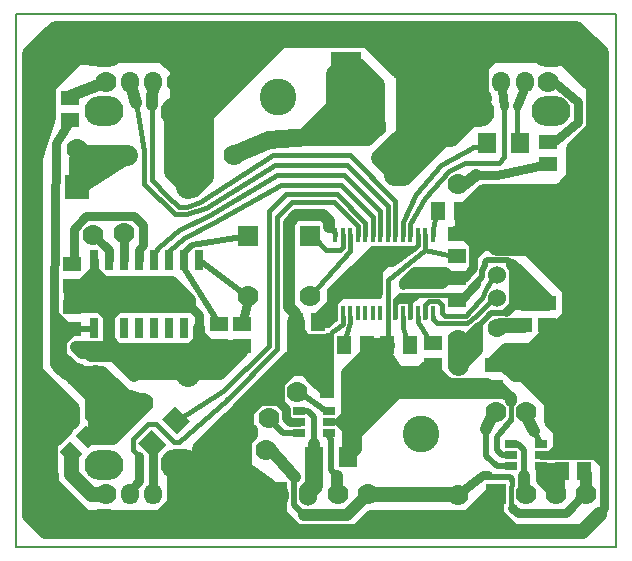
<source format=gbr>
G04 #@! TF.FileFunction,Copper,L2,Bot,Signal*
%FSLAX46Y46*%
G04 Gerber Fmt 4.6, Leading zero omitted, Abs format (unit mm)*
G04 Created by KiCad (PCBNEW 4.0.5+dfsg1-4) date Wed Feb 28 09:20:33 2018*
%MOMM*%
%LPD*%
G01*
G04 APERTURE LIST*
%ADD10C,0.100000*%
%ADD11C,0.150000*%
%ADD12R,1.778000X1.778000*%
%ADD13C,1.778000*%
%ADD14R,1.297940X1.498600*%
%ADD15R,1.498600X1.297940*%
%ADD16C,1.600200*%
%ADD17C,1.524000*%
%ADD18C,3.500120*%
%ADD19R,1.597660X1.800860*%
%ADD20R,2.032000X2.032000*%
%ADD21C,2.032000*%
%ADD22R,2.499360X2.499360*%
%ADD23C,2.499360*%
%ADD24R,0.635000X1.651000*%
%ADD25R,1.016000X0.635000*%
%ADD26R,1.524000X2.032000*%
%ADD27O,1.524000X2.032000*%
%ADD28C,3.101340*%
%ADD29R,0.304800X1.143000*%
%ADD30O,1.524000X1.778000*%
%ADD31O,3.302000X2.540000*%
%ADD32C,0.381000*%
%ADD33C,1.270000*%
%ADD34C,0.762000*%
%ADD35C,1.778000*%
%ADD36C,1.016000*%
%ADD37C,1.524000*%
%ADD38C,0.508000*%
G04 APERTURE END LIST*
D10*
D11*
X0Y0D02*
X0Y-45085000D01*
X50800000Y0D02*
X0Y0D01*
X50800000Y-45085000D02*
X50800000Y0D01*
X0Y-45085000D02*
X50800000Y-45085000D01*
D12*
X24892000Y-18796000D03*
D13*
X24892000Y-23876000D03*
D14*
X29715460Y-28003500D03*
X27815540Y-28003500D03*
X31435040Y-28003500D03*
X33334960Y-28003500D03*
D15*
X35306000Y-29715460D03*
X35306000Y-27815540D03*
D14*
X37652960Y-16637000D03*
X35753040Y-16637000D03*
D15*
X44958000Y-24450040D03*
X44958000Y-26349960D03*
X42926000Y-26349960D03*
X42926000Y-24450040D03*
X37338000Y-24190960D03*
X37338000Y-22291040D03*
X37338000Y-20507960D03*
X37338000Y-18608040D03*
D14*
X25587960Y-26035000D03*
X23688040Y-26035000D03*
D16*
X40767000Y-26543000D03*
D17*
X40767000Y-24043640D03*
X40767000Y-22044660D03*
D16*
X40767000Y-19542760D03*
D18*
X43517820Y-29542740D03*
X43517820Y-16543020D03*
D15*
X45085000Y-12697460D03*
X45085000Y-10797540D03*
D12*
X33020000Y-9525000D03*
D13*
X30480000Y-9525000D03*
D12*
X4127500Y-33845500D03*
D13*
X6667500Y-33845500D03*
D19*
X39855140Y-10922000D03*
X42694860Y-10922000D03*
D20*
X5207000Y-14668500D03*
D21*
X14605000Y-14668500D03*
X5207000Y-30543500D03*
X14605000Y-30543500D03*
D22*
X27940000Y-4445000D03*
D23*
X32941260Y-4445000D03*
D15*
X4572000Y-8950960D03*
X4572000Y-7051040D03*
D12*
X19685000Y-18796000D03*
D13*
X19685000Y-23876000D03*
D15*
X17208500Y-26228040D03*
X17208500Y-28127960D03*
X19177000Y-26228040D03*
X19177000Y-28127960D03*
D24*
X6604000Y-20828000D03*
X7874000Y-20828000D03*
X9144000Y-20828000D03*
X10414000Y-20828000D03*
X11684000Y-20828000D03*
X12954000Y-20828000D03*
X14224000Y-20828000D03*
X15494000Y-20828000D03*
X15494000Y-26543000D03*
X14224000Y-26543000D03*
X12954000Y-26543000D03*
X11684000Y-26543000D03*
X10414000Y-26543000D03*
X9144000Y-26543000D03*
X7874000Y-26543000D03*
X6604000Y-26543000D03*
D10*
G36*
X5934779Y-34788551D02*
X6994449Y-35848221D01*
X6076667Y-36766003D01*
X5016997Y-35706333D01*
X5934779Y-34788551D01*
X5934779Y-34788551D01*
G37*
G36*
X4591333Y-36131997D02*
X5651003Y-37191667D01*
X4733221Y-38109449D01*
X3673551Y-37049779D01*
X4591333Y-36131997D01*
X4591333Y-36131997D01*
G37*
D15*
X4762500Y-24767540D03*
X4762500Y-26667460D03*
X4762500Y-23047960D03*
X4762500Y-21148040D03*
D10*
G36*
X13505151Y-33163949D02*
X14778551Y-34437349D01*
X13648835Y-35567065D01*
X12375435Y-34293665D01*
X13505151Y-33163949D01*
X13505151Y-33163949D01*
G37*
G36*
X11497165Y-35171935D02*
X12770565Y-36445335D01*
X11640849Y-37575051D01*
X10367449Y-36301651D01*
X11497165Y-35171935D01*
X11497165Y-35171935D01*
G37*
D14*
X28254960Y-31750000D03*
X26355040Y-31750000D03*
D25*
X24003000Y-35496500D03*
X24003000Y-34546540D03*
X24003000Y-33596580D03*
X26543000Y-33596580D03*
X26543000Y-34546540D03*
X26543000Y-35496500D03*
D26*
X22225000Y-40640000D03*
D27*
X24765000Y-40640000D03*
D13*
X27305000Y-40640000D03*
X29845000Y-40640000D03*
D28*
X22225000Y-6985000D03*
X34290000Y-35560000D03*
D15*
X40449500Y-31556960D03*
X40449500Y-29657040D03*
D25*
X44450000Y-36385500D03*
X44450000Y-37335460D03*
X44450000Y-38285420D03*
X41910000Y-38285420D03*
X41910000Y-37335460D03*
X41910000Y-36385500D03*
D14*
X46230540Y-38671500D03*
X48130460Y-38671500D03*
D12*
X40640000Y-40640000D03*
D13*
X43180000Y-40640000D03*
X45720000Y-40640000D03*
X48260000Y-40640000D03*
D12*
X45720000Y-33655000D03*
D13*
X43180000Y-33655000D03*
X40640000Y-33655000D03*
D19*
X25250140Y-37465000D03*
X28089860Y-37465000D03*
D29*
X27051000Y-18669000D03*
X27686000Y-18669000D03*
X28321000Y-18669000D03*
X28956000Y-18669000D03*
X29591000Y-18669000D03*
X30226000Y-18669000D03*
X30861000Y-18669000D03*
X31496000Y-18669000D03*
X32131000Y-18669000D03*
X32766000Y-18669000D03*
X33401000Y-18669000D03*
X34036000Y-18669000D03*
X34671000Y-18669000D03*
X35306000Y-18669000D03*
X35306000Y-25336500D03*
X34671000Y-25336500D03*
X34036000Y-25336500D03*
X33401000Y-25336500D03*
X32766000Y-25336500D03*
X32131000Y-25336500D03*
X31496000Y-25336500D03*
X30861000Y-25336500D03*
X30226000Y-25336500D03*
X29591000Y-25336500D03*
X28956000Y-25336500D03*
X28321000Y-25336500D03*
X27686000Y-25336500D03*
X27051000Y-25336500D03*
D13*
X5207000Y-11430000D03*
X14605000Y-11430000D03*
X7620000Y-40640000D03*
D30*
X9620000Y-40640000D03*
X11620000Y-40640000D03*
D13*
X13620000Y-40640000D03*
D31*
X13875000Y-38100000D03*
X13875000Y-43180000D03*
X7420000Y-38140000D03*
X7420000Y-43140000D03*
D13*
X7620000Y-5715000D03*
D30*
X9620000Y-5715000D03*
X11620000Y-5715000D03*
D13*
X13620000Y-5715000D03*
D31*
X13875000Y-3175000D03*
X13875000Y-8255000D03*
X7420000Y-3215000D03*
X7420000Y-8215000D03*
D13*
X45085000Y-5715000D03*
D30*
X43085000Y-5715000D03*
X41085000Y-5715000D03*
D13*
X39085000Y-5715000D03*
D31*
X38830000Y-8255000D03*
X38830000Y-3175000D03*
X45285000Y-8215000D03*
X45285000Y-3215000D03*
D13*
X37465000Y-27559000D03*
X37465000Y-14351000D03*
X37465000Y-40703500D03*
X37465000Y-29654500D03*
X21209000Y-36893500D03*
X10731500Y-32956500D03*
X9398000Y-11938000D03*
X18478500Y-11938000D03*
X6540500Y-18669000D03*
X21399500Y-34226500D03*
X9144000Y-18542000D03*
X23812500Y-32004000D03*
D32*
X27686000Y-18669000D02*
X27686000Y-19685000D01*
X26289000Y-19939000D02*
X25146000Y-18796000D01*
X27432000Y-19939000D02*
X26289000Y-19939000D01*
X27686000Y-19685000D02*
X27432000Y-19939000D01*
X25146000Y-18796000D02*
X24892000Y-18796000D01*
X28321000Y-18669000D02*
X28321000Y-20066000D01*
X28321000Y-20066000D02*
X24892000Y-23876000D01*
X28321000Y-25654000D02*
X28321000Y-26098500D01*
X28321000Y-26098500D02*
X27749500Y-27813000D01*
X27749500Y-27813000D02*
X27813000Y-27813000D01*
X27813000Y-27813000D02*
X27815540Y-28003500D01*
X32766000Y-25654000D02*
X32766000Y-26543000D01*
X32766000Y-26543000D02*
X33147000Y-27622500D01*
X33147000Y-27622500D02*
X33274000Y-27622500D01*
X33274000Y-27622500D02*
X33334960Y-28003500D01*
X34036000Y-25654000D02*
X34036000Y-26098500D01*
X34036000Y-26098500D02*
X35179000Y-27813000D01*
X35179000Y-27813000D02*
X35306000Y-27815540D01*
D33*
X4127500Y-33845500D02*
X4127500Y-35115500D01*
X4127500Y-35115500D02*
X2667000Y-36576000D01*
X2667000Y-36576000D02*
X2667000Y-35115500D01*
X7420000Y-43140000D02*
X6437000Y-43140000D01*
X6437000Y-43140000D02*
X2540000Y-39243000D01*
X2540000Y-39243000D02*
X2540000Y-38462857D01*
D32*
X26670000Y-27159857D02*
X26670000Y-31496000D01*
X26670000Y-31496000D02*
X26289000Y-31877000D01*
X26289000Y-31877000D02*
X26355040Y-31750000D01*
X26670000Y-27159857D02*
X26670000Y-27159857D01*
X26670000Y-27159857D02*
X26307143Y-27159857D01*
X26307143Y-27159857D02*
X25463500Y-28003500D01*
X25463500Y-28003500D02*
X25336500Y-28003500D01*
X25336500Y-28003500D02*
X25463500Y-28003500D01*
D34*
X35179000Y-21717000D02*
X33718500Y-21717000D01*
X33718500Y-21717000D02*
X32766000Y-22669500D01*
X32766000Y-22669500D02*
X32766000Y-22923500D01*
X32766000Y-22923500D02*
X32829500Y-22860000D01*
X32829500Y-22860000D02*
X34861500Y-22860000D01*
X34861500Y-22860000D02*
X35560000Y-22161500D01*
X35560000Y-22161500D02*
X35560000Y-22291040D01*
D35*
X13875000Y-8255000D02*
X13589000Y-8255000D01*
X13589000Y-8255000D02*
X13398500Y-8445500D01*
X13398500Y-8445500D02*
X13398500Y-13271500D01*
X13398500Y-13271500D02*
X14478000Y-14351000D01*
X14478000Y-14351000D02*
X14605000Y-14668500D01*
D36*
X7870000Y-3215000D02*
X7870000Y-3433000D01*
X7870000Y-3433000D02*
X7493000Y-3810000D01*
X7493000Y-3810000D02*
X4381500Y-3810000D01*
X4381500Y-3810000D02*
X2921000Y-5270500D01*
X2921000Y-5270500D02*
X2476500Y-5270500D01*
D35*
X2476500Y-8699500D02*
X2476500Y-5270500D01*
X2476500Y-5270500D02*
X2476500Y-5969000D01*
X2476500Y-5969000D02*
X4889500Y-3556000D01*
X4889500Y-3556000D02*
X4889500Y-2857500D01*
X7870000Y-3215000D02*
X6754500Y-3215000D01*
X2476500Y-8699500D02*
X1397000Y-12065000D01*
X24447500Y-1905000D02*
X24193500Y-1905000D01*
X24193500Y-1905000D02*
X23685500Y-1397000D01*
X23685500Y-1397000D02*
X3365500Y-1397000D01*
X3365500Y-1397000D02*
X1397000Y-3365500D01*
X1397000Y-3365500D02*
X1397000Y-10477500D01*
X44259500Y-1397000D02*
X44958000Y-1397000D01*
X44958000Y-1397000D02*
X46863000Y-3302000D01*
X46863000Y-3302000D02*
X48387000Y-3302000D01*
X48387000Y-3302000D02*
X48387000Y-2413000D01*
X47371000Y-1397000D02*
X48387000Y-2413000D01*
X48387000Y-2413000D02*
X49276000Y-3302000D01*
X49276000Y-3302000D02*
X49276000Y-12001500D01*
X47625000Y-16637000D02*
X47625000Y-12890500D01*
X48514000Y-12001500D02*
X49276000Y-12001500D01*
X47625000Y-12890500D02*
X48514000Y-12001500D01*
X44835000Y-3215000D02*
X46268000Y-3215000D01*
X46268000Y-3215000D02*
X49085500Y-6032500D01*
X49085500Y-6032500D02*
X49085500Y-9779000D01*
X49085500Y-9779000D02*
X47434500Y-11430000D01*
X47434500Y-11430000D02*
X47434500Y-15367000D01*
X47434500Y-15367000D02*
X47625000Y-15367000D01*
X38830000Y-8255000D02*
X36893500Y-8255000D01*
X35750500Y-9271000D02*
X35750500Y-9080500D01*
X35877500Y-9271000D02*
X35750500Y-9271000D01*
X36893500Y-8255000D02*
X35877500Y-9271000D01*
X39085000Y-5715000D02*
X39085000Y-4285500D01*
X39085000Y-4285500D02*
X40386000Y-2984500D01*
X40386000Y-2984500D02*
X38830000Y-3175000D01*
X39085000Y-5715000D02*
X39085000Y-8095500D01*
X39085000Y-8095500D02*
X38925500Y-8255000D01*
X38925500Y-8255000D02*
X38830000Y-8255000D01*
X17653000Y-4191000D02*
X16637000Y-4191000D01*
X16573500Y-4127500D02*
X15875000Y-4127500D01*
X16637000Y-4191000D02*
X16573500Y-4127500D01*
X25082500Y-1905000D02*
X24447500Y-1905000D01*
X24447500Y-1905000D02*
X2921000Y-1905000D01*
X1968500Y-6604000D02*
X2349500Y-6604000D01*
X1587500Y-6604000D02*
X1968500Y-6604000D01*
X1460500Y-6477000D02*
X1587500Y-6604000D01*
X1460500Y-3365500D02*
X1460500Y-6477000D01*
X2921000Y-1905000D02*
X1460500Y-3365500D01*
D36*
X7870000Y-3215000D02*
X6500500Y-3215000D01*
X7870000Y-3215000D02*
X7389500Y-3215000D01*
D33*
X13620000Y-5715000D02*
X13620000Y-4666500D01*
X12128500Y-3175000D02*
X12128500Y-2794000D01*
X13620000Y-4666500D02*
X12128500Y-3175000D01*
X13875000Y-8255000D02*
X13875000Y-3016000D01*
X13875000Y-3016000D02*
X13906500Y-3047500D01*
X13906500Y-3047500D02*
X13906500Y-3048000D01*
X13906500Y-3048000D02*
X13875000Y-3175000D01*
X13620000Y-5715000D02*
X13620000Y-7651000D01*
X13620000Y-7651000D02*
X14097000Y-8128000D01*
X14097000Y-8128000D02*
X13875000Y-8255000D01*
X4127500Y-33845500D02*
X4445000Y-33845500D01*
X4445000Y-33845500D02*
X4762500Y-33528000D01*
X4762500Y-33528000D02*
X4762500Y-34480500D01*
X4762500Y-34480500D02*
X3111500Y-35750500D01*
X3111500Y-35750500D02*
X2603500Y-35750500D01*
D35*
X17843500Y-37719000D02*
X17145000Y-37719000D01*
X16827500Y-38036500D02*
X16827500Y-38481000D01*
X17145000Y-37719000D02*
X16827500Y-38036500D01*
X13620000Y-40640000D02*
X13620000Y-41561500D01*
X11811000Y-43370500D02*
X14414500Y-43370500D01*
X13620000Y-41561500D02*
X11811000Y-43370500D01*
X14414500Y-43370500D02*
X17272000Y-40513000D01*
X17272000Y-40513000D02*
X17272000Y-41021000D01*
X13620000Y-40640000D02*
X13620000Y-38259500D01*
X13620000Y-38259500D02*
X13716000Y-38163500D01*
X13716000Y-38163500D02*
X13875000Y-38100000D01*
D33*
X40640000Y-41783000D02*
X40513000Y-41783000D01*
X40513000Y-41783000D02*
X38989000Y-43307000D01*
X38989000Y-43307000D02*
X38989000Y-43751500D01*
X40640000Y-40640000D02*
X40640000Y-41783000D01*
X40640000Y-41783000D02*
X40640000Y-42291000D01*
X40640000Y-42291000D02*
X42100500Y-43751500D01*
X40640000Y-40640000D02*
X40195500Y-40640000D01*
X40195500Y-40640000D02*
X38290500Y-42545000D01*
X38290500Y-42545000D02*
X30099000Y-42545000D01*
X30099000Y-42545000D02*
X29146500Y-43497500D01*
X29146500Y-43497500D02*
X29146500Y-43751500D01*
X21272500Y-42481500D02*
X20701000Y-42481500D01*
X20701000Y-42481500D02*
X20193000Y-42989500D01*
X20193000Y-42989500D02*
X20193000Y-42098310D01*
X22796500Y-43751500D02*
X22542500Y-43751500D01*
X22542500Y-43751500D02*
X21272500Y-42481500D01*
X21272500Y-42481500D02*
X21145500Y-42354500D01*
X21145500Y-42354500D02*
X21145500Y-41474258D01*
X24701500Y-43751500D02*
X22796500Y-43751500D01*
X22796500Y-43751500D02*
X2476500Y-43751500D01*
X2476500Y-38544500D02*
X2603500Y-38544500D01*
X1143000Y-40259000D02*
X2540000Y-38462857D01*
X2540000Y-38462857D02*
X2476500Y-38544500D01*
X1143000Y-42418000D02*
X1143000Y-40259000D01*
X2476500Y-43751500D02*
X1143000Y-42418000D01*
X42672000Y-43751500D02*
X42100500Y-43751500D01*
X42100500Y-43751500D02*
X38989000Y-43751500D01*
X38989000Y-43751500D02*
X29146500Y-43751500D01*
X29146500Y-43751500D02*
X24701500Y-43751500D01*
X24701500Y-43751500D02*
X23685500Y-43751500D01*
X23685500Y-43751500D02*
X22288500Y-42354500D01*
X22288500Y-42354500D02*
X22288500Y-40576500D01*
X22288500Y-40576500D02*
X22225000Y-40640000D01*
D34*
X49784000Y-38735000D02*
X49784000Y-38100000D01*
X49784000Y-38100000D02*
X49085500Y-37401500D01*
X49085500Y-37401500D02*
X49085500Y-37335460D01*
X49784000Y-36258500D02*
X49784000Y-38735000D01*
X49784000Y-38735000D02*
X49784000Y-41783000D01*
X49784000Y-41783000D02*
X49276000Y-42291000D01*
X49276000Y-42291000D02*
X49276000Y-42418000D01*
D33*
X40640000Y-40640000D02*
X40640000Y-43243500D01*
X40640000Y-43243500D02*
X41148000Y-43751500D01*
X41148000Y-43751500D02*
X42672000Y-43751500D01*
X42672000Y-43751500D02*
X47942500Y-43751500D01*
X47942500Y-43751500D02*
X49276000Y-42418000D01*
X49276000Y-42418000D02*
X49339500Y-42354500D01*
D34*
X44450000Y-37335460D02*
X49085500Y-37335460D01*
X49085500Y-37335460D02*
X49215040Y-37335460D01*
X49215040Y-37335460D02*
X49784000Y-36766500D01*
X49784000Y-36766500D02*
X49784000Y-36258500D01*
X49784000Y-36258500D02*
X49784000Y-34544000D01*
X49784000Y-34544000D02*
X48895000Y-33655000D01*
X48895000Y-33655000D02*
X49276000Y-33655000D01*
D35*
X46418500Y-35115500D02*
X46418500Y-30670500D01*
X46418500Y-30670500D02*
X46990000Y-30099000D01*
X46990000Y-30099000D02*
X46990000Y-30035500D01*
X46990000Y-30035500D02*
X47688500Y-30035500D01*
X47688500Y-36639500D02*
X47688500Y-30035500D01*
X47688500Y-30035500D02*
X47688500Y-28257500D01*
X47688500Y-28257500D02*
X47561500Y-28130500D01*
X47561500Y-28130500D02*
X47561500Y-26924000D01*
X49276000Y-23876000D02*
X49276000Y-33655000D01*
X49276000Y-33655000D02*
X49276000Y-36068000D01*
X49276000Y-36068000D02*
X48704500Y-36639500D01*
X48704500Y-36639500D02*
X47688500Y-36639500D01*
X47688500Y-36639500D02*
X46355000Y-36639500D01*
X46355000Y-36639500D02*
X46418500Y-36576000D01*
X46418500Y-36576000D02*
X46418500Y-35115500D01*
X46418500Y-35115500D02*
X46418500Y-35242500D01*
X46418500Y-35242500D02*
X45529500Y-34353500D01*
X45529500Y-34353500D02*
X45529500Y-32385000D01*
X45529500Y-32385000D02*
X45720000Y-32385000D01*
X45720000Y-33655000D02*
X45720000Y-32385000D01*
X45720000Y-32385000D02*
X45720000Y-28765500D01*
X45720000Y-28765500D02*
X47561500Y-26924000D01*
X47561500Y-26924000D02*
X46863000Y-27622500D01*
X46863000Y-27622500D02*
X46863000Y-28194000D01*
X45720000Y-33655000D02*
X45720000Y-32893000D01*
X45720000Y-32893000D02*
X42735500Y-29908500D01*
X42735500Y-29908500D02*
X43517820Y-29542740D01*
D36*
X40449500Y-29657040D02*
X41277540Y-29657040D01*
X41277540Y-29657040D02*
X42291000Y-30670500D01*
X42291000Y-30670500D02*
X45339000Y-30670500D01*
X45339000Y-30670500D02*
X49276000Y-26733500D01*
X49276000Y-26733500D02*
X49276000Y-25654000D01*
X43517820Y-29542740D02*
X43517820Y-29189680D01*
X43517820Y-29189680D02*
X43284140Y-28956000D01*
X43284140Y-28956000D02*
X41719500Y-28956000D01*
X40449500Y-29657040D02*
X40449500Y-29337000D01*
X40449500Y-29337000D02*
X41465500Y-28321000D01*
X41465500Y-28321000D02*
X44577000Y-28321000D01*
X44577000Y-28321000D02*
X43517820Y-29542740D01*
X40449500Y-29657040D02*
X43436540Y-29657040D01*
X43436540Y-29657040D02*
X43751500Y-29972000D01*
X43751500Y-29972000D02*
X43751500Y-28702000D01*
X43751500Y-28702000D02*
X43815000Y-28638500D01*
X43815000Y-28638500D02*
X43878500Y-28638500D01*
X43878500Y-28638500D02*
X43517820Y-29542740D01*
D34*
X44450000Y-37335460D02*
X45214540Y-37335460D01*
X45214540Y-37335460D02*
X45783500Y-36766500D01*
X45783500Y-36766500D02*
X45783500Y-33464500D01*
X45783500Y-33464500D02*
X45720000Y-33655000D01*
D36*
X15875000Y-38100000D02*
X15938500Y-38100000D01*
X15938500Y-38100000D02*
X17526000Y-36512500D01*
X17526000Y-36512500D02*
X17843500Y-36512500D01*
X17843500Y-38481000D02*
X17843500Y-37719000D01*
X17843500Y-37719000D02*
X17843500Y-36512500D01*
X17843500Y-36512500D02*
X17843500Y-36131500D01*
X17843500Y-36131500D02*
X17780000Y-36068000D01*
X17780000Y-36068000D02*
X17780000Y-35623500D01*
X19494500Y-39116000D02*
X19367500Y-39116000D01*
X19367500Y-39116000D02*
X18669000Y-38417500D01*
X18669000Y-38417500D02*
X18669000Y-35814000D01*
X18669000Y-35814000D02*
X18669000Y-35623500D01*
X20002500Y-35242500D02*
X20002500Y-35623500D01*
X20002500Y-35623500D02*
X19494500Y-36131500D01*
X19494500Y-36131500D02*
X19494500Y-39116000D01*
X19494500Y-39116000D02*
X19494500Y-38735000D01*
X19494500Y-38735000D02*
X19494500Y-38481000D01*
D35*
X32004000Y-13652500D02*
X32766000Y-13652500D01*
X32766000Y-13652500D02*
X36068000Y-10350500D01*
X36068000Y-10350500D02*
X36766500Y-10350500D01*
X36766500Y-10350500D02*
X38798500Y-8318500D01*
X38798500Y-8318500D02*
X38735000Y-8255000D01*
D37*
X38735000Y-8509000D02*
X38735000Y-8255000D01*
X32004000Y-13335000D02*
X32004000Y-13652500D01*
X32004000Y-13652500D02*
X32004000Y-12827000D01*
X32004000Y-12827000D02*
X35750500Y-9080500D01*
X35750500Y-9080500D02*
X35179000Y-9652000D01*
X35179000Y-9652000D02*
X35179000Y-9525000D01*
X33020000Y-9525000D02*
X33020000Y-10033000D01*
X33020000Y-10033000D02*
X30861000Y-12192000D01*
X30861000Y-12192000D02*
X32004000Y-13335000D01*
X38989000Y-8001000D02*
X38989000Y-7874000D01*
X38989000Y-7874000D02*
X38862000Y-7747000D01*
X38862000Y-7747000D02*
X38735000Y-8255000D01*
D35*
X32004000Y-2413000D02*
X31623000Y-2413000D01*
X31623000Y-2413000D02*
X31115000Y-1905000D01*
X31115000Y-1905000D02*
X25082500Y-1905000D01*
X25082500Y-1905000D02*
X21336000Y-1905000D01*
X21336000Y-1905000D02*
X21336000Y-2159000D01*
X21336000Y-2159000D02*
X21336000Y-2921000D01*
X36830000Y-4064000D02*
X36830000Y-3048000D01*
X36830000Y-3048000D02*
X36068000Y-2286000D01*
X36068000Y-2286000D02*
X36068000Y-1397000D01*
X36957000Y-1397000D02*
X36068000Y-1397000D01*
X36068000Y-1397000D02*
X35560000Y-1397000D01*
X35560000Y-1397000D02*
X34798000Y-2159000D01*
X34798000Y-2159000D02*
X34798000Y-1397000D01*
X35941000Y-8255000D02*
X35941000Y-4826000D01*
X35941000Y-4826000D02*
X33274000Y-2159000D01*
X33274000Y-2159000D02*
X33274000Y-1397000D01*
X34290000Y-8255000D02*
X34290000Y-4699000D01*
X34290000Y-4699000D02*
X32004000Y-2413000D01*
X32004000Y-2413000D02*
X31369000Y-1778000D01*
X31369000Y-1778000D02*
X31369000Y-1397000D01*
X38735000Y-8255000D02*
X35941000Y-8255000D01*
X35941000Y-8255000D02*
X34290000Y-8255000D01*
X34290000Y-8255000D02*
X33782000Y-8255000D01*
X33782000Y-8255000D02*
X33528000Y-8001000D01*
X33528000Y-8001000D02*
X33528000Y-7874000D01*
X33528000Y-7874000D02*
X33020000Y-7874000D01*
X33020000Y-9525000D02*
X33020000Y-7874000D01*
X33020000Y-7874000D02*
X33020000Y-5080000D01*
X33020000Y-5080000D02*
X29337000Y-1397000D01*
X33020000Y-9525000D02*
X35179000Y-9525000D01*
X35179000Y-9525000D02*
X37465000Y-9525000D01*
X37465000Y-9525000D02*
X38735000Y-8255000D01*
D36*
X22225000Y-40640000D02*
X19939000Y-40640000D01*
X19939000Y-40640000D02*
X19431000Y-41148000D01*
X19431000Y-41148000D02*
X19431000Y-41432655D01*
X21209000Y-41432655D02*
X19431000Y-41432655D01*
X19431000Y-41432655D02*
X18638345Y-41432655D01*
X18638345Y-41432655D02*
X17780000Y-42291000D01*
X17780000Y-42291000D02*
X17780000Y-43180000D01*
X17272000Y-38862000D02*
X17018000Y-39116000D01*
X17018000Y-39116000D02*
X15875000Y-38100000D01*
D35*
X22225000Y-40640000D02*
X22225000Y-40767000D01*
X22225000Y-40767000D02*
X21209000Y-41432655D01*
X21209000Y-41432655D02*
X21145500Y-41474258D01*
X21145500Y-41474258D02*
X20193000Y-42098310D01*
X20193000Y-42098310D02*
X18542000Y-43180000D01*
X18542000Y-43180000D02*
X17780000Y-43180000D01*
X17780000Y-43180000D02*
X14986000Y-43180000D01*
X14986000Y-43180000D02*
X14224000Y-42418000D01*
X14224000Y-42418000D02*
X14224000Y-42608500D01*
X38735000Y-8255000D02*
X34163000Y-3683000D01*
X34163000Y-3683000D02*
X34163000Y-4064000D01*
X33020000Y-4318000D02*
X33020000Y-4699000D01*
X45212000Y-15240000D02*
X45212000Y-17272000D01*
X45212000Y-17272000D02*
X44958000Y-17526000D01*
X44958000Y-17526000D02*
X43517820Y-16543020D01*
X46482000Y-14859000D02*
X46482000Y-18034000D01*
X46482000Y-18034000D02*
X46228000Y-18288000D01*
X46228000Y-18288000D02*
X46228000Y-19431000D01*
X47625000Y-14224000D02*
X47625000Y-15367000D01*
X47625000Y-15367000D02*
X47625000Y-16637000D01*
X47625000Y-16637000D02*
X47625000Y-19812000D01*
X47625000Y-19812000D02*
X47879000Y-20066000D01*
X47879000Y-20066000D02*
X47879000Y-21082000D01*
X47625000Y-14224000D02*
X47625000Y-13716000D01*
X47625000Y-13716000D02*
X46482000Y-14859000D01*
X46482000Y-14859000D02*
X46101000Y-15240000D01*
X46101000Y-15240000D02*
X45212000Y-15240000D01*
X45212000Y-15240000D02*
X39624000Y-15240000D01*
X39624000Y-15240000D02*
X38227000Y-16637000D01*
X38227000Y-16637000D02*
X38227000Y-17780000D01*
X38227000Y-17780000D02*
X38354000Y-17907000D01*
X38354000Y-17907000D02*
X38227000Y-17907000D01*
X38989000Y-6223000D02*
X36830000Y-4064000D01*
X36830000Y-4064000D02*
X36322000Y-3556000D01*
X36322000Y-3556000D02*
X36322000Y-3175000D01*
X38735000Y-8255000D02*
X38735000Y-7747000D01*
X38735000Y-7747000D02*
X35052000Y-4064000D01*
X35052000Y-4064000D02*
X34163000Y-4064000D01*
X34163000Y-4064000D02*
X33020000Y-4699000D01*
X33020000Y-4699000D02*
X33655000Y-4445000D01*
X20066000Y-4191000D02*
X17653000Y-4191000D01*
X17653000Y-4191000D02*
X18034000Y-4191000D01*
X18034000Y-4191000D02*
X16129000Y-6096000D01*
X16129000Y-6096000D02*
X15240000Y-6096000D01*
X15875000Y-8255000D02*
X16002000Y-8255000D01*
X16002000Y-8255000D02*
X20066000Y-4191000D01*
X20066000Y-4191000D02*
X21336000Y-2921000D01*
X21336000Y-2921000D02*
X22733000Y-1524000D01*
X22733000Y-1524000D02*
X22733000Y-1397000D01*
X25781000Y-1397000D02*
X29337000Y-1397000D01*
X29337000Y-1397000D02*
X31369000Y-1397000D01*
X31369000Y-1397000D02*
X33274000Y-1397000D01*
X33274000Y-1397000D02*
X34798000Y-1397000D01*
X34798000Y-1397000D02*
X36957000Y-1397000D01*
X36957000Y-1397000D02*
X44259500Y-1397000D01*
X44259500Y-1397000D02*
X47371000Y-1397000D01*
X49276000Y-12001500D02*
X49276000Y-23876000D01*
X49276000Y-23876000D02*
X49276000Y-25654000D01*
X49276000Y-25654000D02*
X49276000Y-25781000D01*
X49276000Y-25781000D02*
X46863000Y-28194000D01*
X46863000Y-28194000D02*
X47117000Y-27940000D01*
X47117000Y-27940000D02*
X46228000Y-27940000D01*
X46228000Y-27940000D02*
X46228000Y-28829000D01*
X24257000Y-1397000D02*
X24511000Y-1397000D01*
X24511000Y-1397000D02*
X22733000Y-1397000D01*
X15875000Y-3175000D02*
X21082000Y-3175000D01*
X21082000Y-3175000D02*
X22860000Y-1397000D01*
X22860000Y-1397000D02*
X24257000Y-1397000D01*
X24257000Y-1397000D02*
X25781000Y-1397000D01*
X32639000Y-4191000D02*
X32941260Y-4445000D01*
X38735000Y-3175000D02*
X36322000Y-3175000D01*
X36322000Y-3175000D02*
X33401000Y-3556000D01*
X33401000Y-3556000D02*
X32766000Y-4191000D01*
X32766000Y-4191000D02*
X32941260Y-4445000D01*
X32893000Y-4445000D02*
X32941260Y-4445000D01*
D34*
X47117000Y-23622000D02*
X46863000Y-23622000D01*
X46863000Y-23622000D02*
X43180000Y-19939000D01*
X43180000Y-19939000D02*
X43053000Y-19939000D01*
X43053000Y-19939000D02*
X43053000Y-19542760D01*
X36322000Y-21717000D02*
X35179000Y-21717000D01*
X35179000Y-21717000D02*
X34671000Y-21717000D01*
X36576000Y-22291040D02*
X35560000Y-22291040D01*
X35560000Y-22291040D02*
X33969960Y-22291040D01*
X33969960Y-22291040D02*
X33782000Y-22479000D01*
X33782000Y-22479000D02*
X33782000Y-22860000D01*
X37338000Y-22291040D02*
X36576000Y-22291040D01*
X36576000Y-22291040D02*
X36636960Y-22291040D01*
X36636960Y-22291040D02*
X36068000Y-22860000D01*
X36068000Y-22860000D02*
X33782000Y-22860000D01*
X36322000Y-21717000D02*
X36703000Y-22098000D01*
X36703000Y-22098000D02*
X37084000Y-22098000D01*
X37084000Y-22098000D02*
X37338000Y-22291040D01*
X15875000Y-43180000D02*
X14795500Y-43180000D01*
X14795500Y-43180000D02*
X14224000Y-42608500D01*
X14224000Y-42608500D02*
X13906500Y-42291000D01*
X13906500Y-42291000D02*
X5842000Y-42291000D01*
X5842000Y-42291000D02*
X6350000Y-43180000D01*
X15240000Y-40640000D02*
X14922500Y-40640000D01*
X14922500Y-40640000D02*
X12890500Y-42672000D01*
X12890500Y-42672000D02*
X12890500Y-43180000D01*
X15240000Y-40640000D02*
X15240000Y-41084500D01*
X15240000Y-41084500D02*
X13589000Y-42735500D01*
X13589000Y-42735500D02*
X13589000Y-43180000D01*
X22225000Y-40640000D02*
X22225000Y-40703500D01*
X22225000Y-40703500D02*
X21653500Y-41275000D01*
X21653500Y-41275000D02*
X19685000Y-40005000D01*
X19685000Y-40005000D02*
X19685000Y-40322500D01*
X22225000Y-40640000D02*
X20637500Y-39370000D01*
X20637500Y-39370000D02*
X19685000Y-40322500D01*
X19685000Y-40322500D02*
X16700500Y-43307000D01*
X16700500Y-43307000D02*
X15875000Y-43180000D01*
X22225000Y-40640000D02*
X19812000Y-39370000D01*
X19812000Y-39370000D02*
X16319500Y-42862500D01*
X16319500Y-42862500D02*
X15875000Y-43180000D01*
X22225000Y-40640000D02*
X18923000Y-39370000D01*
X18923000Y-39370000D02*
X17272000Y-41021000D01*
X17272000Y-41021000D02*
X16192500Y-42100500D01*
X16192500Y-42100500D02*
X15875000Y-43180000D01*
X18859500Y-34734500D02*
X18796000Y-34734500D01*
X18796000Y-34734500D02*
X18097500Y-35433000D01*
X18097500Y-35433000D02*
X18097500Y-35623500D01*
X21590000Y-32004000D02*
X21463000Y-32004000D01*
X21463000Y-32004000D02*
X19431000Y-34036000D01*
X19431000Y-34036000D02*
X19685000Y-34036000D01*
X21780500Y-31813500D02*
X21844000Y-31813500D01*
X21844000Y-31813500D02*
X23495000Y-30162500D01*
X22352000Y-31750000D02*
X21844000Y-31750000D01*
X21844000Y-31750000D02*
X21780500Y-31813500D01*
X21780500Y-31813500D02*
X21590000Y-32004000D01*
X21590000Y-32004000D02*
X21272500Y-32321500D01*
X21272500Y-32321500D02*
X21272500Y-31813500D01*
X22352000Y-32766000D02*
X22352000Y-31750000D01*
X22352000Y-31750000D02*
X22352000Y-30353000D01*
X22352000Y-30353000D02*
X22288500Y-30353000D01*
X22288500Y-30353000D02*
X22288500Y-30162500D01*
X22225000Y-32766000D02*
X22352000Y-32766000D01*
X22352000Y-32766000D02*
X20129500Y-32766000D01*
X20129500Y-32766000D02*
X20002500Y-32893000D01*
X20002500Y-32893000D02*
X19685000Y-32893000D01*
D36*
X19685000Y-38481000D02*
X19494500Y-38481000D01*
X19494500Y-38481000D02*
X18669000Y-38481000D01*
X18669000Y-38481000D02*
X16192500Y-40957500D01*
X16192500Y-40957500D02*
X15875000Y-40957500D01*
X19621500Y-35242500D02*
X20002500Y-35242500D01*
X20002500Y-35242500D02*
X19367500Y-35242500D01*
X19367500Y-35242500D02*
X18859500Y-34734500D01*
X18859500Y-34734500D02*
X18605500Y-34480500D01*
X18605500Y-34480500D02*
X18605500Y-33909000D01*
X20002500Y-35623500D02*
X18669000Y-35623500D01*
X18669000Y-35623500D02*
X18097500Y-35623500D01*
X18097500Y-35623500D02*
X17780000Y-35623500D01*
X17780000Y-35623500D02*
X17335500Y-35623500D01*
X17335500Y-35623500D02*
X17272000Y-35687000D01*
X17272000Y-35687000D02*
X17272000Y-35242500D01*
X16637000Y-37338000D02*
X16383000Y-37084000D01*
X16383000Y-37084000D02*
X15875000Y-38100000D01*
X16002000Y-37909500D02*
X15811500Y-37719000D01*
X15811500Y-37719000D02*
X15875000Y-38100000D01*
X22225000Y-40640000D02*
X22225000Y-40576500D01*
X22225000Y-40576500D02*
X21399500Y-39751000D01*
X21399500Y-39751000D02*
X19685000Y-38481000D01*
X19685000Y-38481000D02*
X17843500Y-38481000D01*
X17843500Y-38481000D02*
X16827500Y-38481000D01*
X16827500Y-38481000D02*
X15811500Y-38481000D01*
X15811500Y-38481000D02*
X15875000Y-38100000D01*
X22225000Y-40640000D02*
X15938500Y-39370000D01*
X15938500Y-39370000D02*
X15875000Y-39433500D01*
X15875000Y-39433500D02*
X15811500Y-39433500D01*
X15811500Y-39433500D02*
X15240000Y-39433500D01*
X20002500Y-35623500D02*
X19621500Y-35242500D01*
X19621500Y-35242500D02*
X19685000Y-35306000D01*
X19685000Y-35306000D02*
X19685000Y-34036000D01*
X19685000Y-34036000D02*
X19685000Y-32893000D01*
X19685000Y-32893000D02*
X19685000Y-32893000D01*
X19685000Y-32893000D02*
X19685000Y-32829500D01*
D32*
X26797000Y-26924000D02*
X26670000Y-27159857D01*
X26670000Y-27159857D02*
X26352500Y-27749500D01*
X26352500Y-27749500D02*
X26289000Y-27749500D01*
X26289000Y-27749500D02*
X26225500Y-27813000D01*
X26225500Y-27813000D02*
X26101040Y-27813000D01*
D36*
X24638000Y-27622500D02*
X24638000Y-29908500D01*
X24638000Y-29908500D02*
X24765000Y-30035500D01*
X24765000Y-30035500D02*
X24765000Y-30162500D01*
X25463500Y-27622500D02*
X25463500Y-28003500D01*
X25463500Y-28003500D02*
X25463500Y-30607000D01*
X25463500Y-30607000D02*
X25400000Y-30670500D01*
X25400000Y-30670500D02*
X25400000Y-31115000D01*
X26101040Y-31686500D02*
X26101040Y-27813000D01*
X26101040Y-27813000D02*
X26101040Y-27688540D01*
X26101040Y-27688540D02*
X26035000Y-27622500D01*
X26035000Y-27622500D02*
X25463500Y-27622500D01*
X25463500Y-27622500D02*
X24638000Y-27622500D01*
X24638000Y-27622500D02*
X23749000Y-27622500D01*
X23749000Y-27622500D02*
X23688040Y-27622500D01*
X24447500Y-30162500D02*
X24765000Y-30162500D01*
X24765000Y-30162500D02*
X23495000Y-30162500D01*
X23495000Y-30162500D02*
X22288500Y-30162500D01*
X22288500Y-30162500D02*
X22542500Y-30162500D01*
X22542500Y-30162500D02*
X22479000Y-30099000D01*
X22479000Y-30099000D02*
X22479000Y-30035500D01*
X26101040Y-31686500D02*
X25971500Y-31686500D01*
X25971500Y-31686500D02*
X25400000Y-31115000D01*
X25400000Y-31115000D02*
X24447500Y-30162500D01*
X24447500Y-30162500D02*
X23495000Y-29210000D01*
X23495000Y-29210000D02*
X23495000Y-29146500D01*
X23495000Y-29146500D02*
X23688040Y-29146500D01*
D32*
X25146000Y-27305000D02*
X24892000Y-27305000D01*
X24892000Y-27305000D02*
X24003000Y-28194000D01*
X24003000Y-28194000D02*
X23688040Y-28194000D01*
X24955500Y-27305000D02*
X25146000Y-27305000D01*
X25146000Y-27305000D02*
X24765000Y-27305000D01*
X24765000Y-27305000D02*
X24066500Y-26606500D01*
X24066500Y-26606500D02*
X23688040Y-26035000D01*
X27686000Y-25654000D02*
X27686000Y-26225500D01*
X27686000Y-26225500D02*
X26797000Y-26924000D01*
X24955500Y-27305000D02*
X24003000Y-27305000D01*
X24003000Y-27305000D02*
X23688040Y-27305000D01*
D34*
X24003000Y-34546540D02*
X23243540Y-34546540D01*
X23243540Y-34546540D02*
X22860000Y-34163000D01*
X22860000Y-34163000D02*
X22860000Y-33401000D01*
X22860000Y-33401000D02*
X22225000Y-32766000D01*
X22225000Y-32766000D02*
X21272500Y-31813500D01*
X21272500Y-31813500D02*
X21209000Y-31750000D01*
X21209000Y-31750000D02*
X21209000Y-31305500D01*
D36*
X15494000Y-26543000D02*
X15494000Y-29591000D01*
X15494000Y-29591000D02*
X14541500Y-30543500D01*
X14541500Y-30543500D02*
X14541500Y-30607000D01*
X14541500Y-30607000D02*
X14605000Y-30543500D01*
X17272000Y-30480000D02*
X10414000Y-30480000D01*
X10414000Y-30480000D02*
X10033000Y-30099000D01*
X10033000Y-30099000D02*
X10033000Y-30670500D01*
X18415000Y-29337000D02*
X18415000Y-28892500D01*
X18415000Y-28892500D02*
X18351500Y-28956000D01*
X18351500Y-28956000D02*
X9398000Y-28956000D01*
X9398000Y-28956000D02*
X9398000Y-29210000D01*
X18288000Y-29464000D02*
X9652000Y-29464000D01*
X9652000Y-29464000D02*
X9398000Y-29210000D01*
X9398000Y-29210000D02*
X9080500Y-28892500D01*
X9080500Y-28892500D02*
X9080500Y-28829000D01*
X9080500Y-28829000D02*
X9080500Y-28321000D01*
X7874000Y-26543000D02*
X7874000Y-27813000D01*
X7874000Y-27813000D02*
X7493000Y-28194000D01*
X7493000Y-28194000D02*
X5080000Y-28194000D01*
X5080000Y-28194000D02*
X5588000Y-28702000D01*
X5588000Y-28702000D02*
X6096000Y-28702000D01*
X6096000Y-28702000D02*
X6350000Y-28956000D01*
X6350000Y-28956000D02*
X8318500Y-28956000D01*
X8318500Y-28956000D02*
X10033000Y-30670500D01*
X17272000Y-30480000D02*
X18288000Y-29464000D01*
X18288000Y-29464000D02*
X18415000Y-29337000D01*
X18415000Y-29337000D02*
X19177000Y-28575000D01*
X19177000Y-28575000D02*
X19177000Y-28194000D01*
X19177000Y-28194000D02*
X19177000Y-28127960D01*
D34*
X16129000Y-28321000D02*
X15557500Y-27749500D01*
X15557500Y-27749500D02*
X15494000Y-27749500D01*
X15494000Y-26543000D02*
X15494000Y-27749500D01*
X15494000Y-27749500D02*
X15494000Y-27432000D01*
X15494000Y-27432000D02*
X14668500Y-28257500D01*
X14668500Y-28257500D02*
X14668500Y-28321000D01*
D36*
X7874000Y-25527000D02*
X7874000Y-27622500D01*
X7874000Y-27622500D02*
X8572500Y-28321000D01*
X8572500Y-28321000D02*
X9080500Y-28321000D01*
X9080500Y-28321000D02*
X14668500Y-28321000D01*
X14668500Y-28321000D02*
X16129000Y-28321000D01*
X16129000Y-28321000D02*
X19113500Y-28321000D01*
X19113500Y-28321000D02*
X19240500Y-28194000D01*
X19240500Y-28194000D02*
X19177000Y-28127960D01*
D34*
X7556500Y-22606000D02*
X6350000Y-22606000D01*
X6350000Y-22606000D02*
X6096000Y-22860000D01*
X6096000Y-22860000D02*
X6032500Y-22860000D01*
X6032500Y-22860000D02*
X6032500Y-23177500D01*
X6604000Y-20828000D02*
X6604000Y-21653500D01*
X6604000Y-21653500D02*
X7556500Y-22606000D01*
X7556500Y-22606000D02*
X7429500Y-22479000D01*
X7429500Y-22479000D02*
X13208000Y-22479000D01*
X13208000Y-22479000D02*
X14859000Y-24130000D01*
X14859000Y-24130000D02*
X14859000Y-24765000D01*
X14859000Y-24765000D02*
X14859000Y-24828500D01*
X6604000Y-20828000D02*
X6604000Y-21653500D01*
X6604000Y-21653500D02*
X5397500Y-22860000D01*
X5397500Y-22860000D02*
X4826000Y-22860000D01*
X4826000Y-22860000D02*
X4762500Y-23047960D01*
X4762500Y-23047960D02*
X4511040Y-23047960D01*
X4511040Y-23047960D02*
X4445000Y-23114000D01*
X4445000Y-23114000D02*
X4445000Y-24701500D01*
X4445000Y-24701500D02*
X4762500Y-24767540D01*
X14351000Y-24320500D02*
X4953000Y-24320500D01*
X4953000Y-24320500D02*
X4889500Y-24384000D01*
X4889500Y-24384000D02*
X4762500Y-24767540D01*
X14033500Y-24003000D02*
X5334000Y-24003000D01*
X5334000Y-24003000D02*
X5143500Y-24193500D01*
X5143500Y-24193500D02*
X5143500Y-24257000D01*
X5143500Y-24257000D02*
X4762500Y-24767540D01*
X13589000Y-23558500D02*
X5461000Y-23558500D01*
X5461000Y-23558500D02*
X4889500Y-24130000D01*
X4889500Y-24130000D02*
X4762500Y-24767540D01*
X14986000Y-24955500D02*
X14859000Y-24828500D01*
X14859000Y-24828500D02*
X14351000Y-24320500D01*
X14351000Y-24320500D02*
X14033500Y-24003000D01*
X14033500Y-24003000D02*
X13589000Y-23558500D01*
X13589000Y-23558500D02*
X13208000Y-23177500D01*
X13208000Y-23177500D02*
X6032500Y-23177500D01*
X6032500Y-23177500D02*
X4508500Y-23177500D01*
X4508500Y-23177500D02*
X4445000Y-23114000D01*
X4445000Y-23114000D02*
X4762500Y-23047960D01*
X7874000Y-26543000D02*
X7874000Y-25527000D01*
X7874000Y-25527000D02*
X7874000Y-25717500D01*
X7874000Y-25717500D02*
X7112000Y-24955500D01*
X7112000Y-24955500D02*
X7112000Y-24892000D01*
X7874000Y-26543000D02*
X7874000Y-25654000D01*
X7874000Y-25654000D02*
X8636000Y-24892000D01*
X15494000Y-26543000D02*
X15494000Y-25463500D01*
X15494000Y-25463500D02*
X14986000Y-24955500D01*
X14986000Y-24955500D02*
X14922500Y-24892000D01*
X14922500Y-24892000D02*
X8636000Y-24892000D01*
X8636000Y-24892000D02*
X7112000Y-24892000D01*
X7112000Y-24892000D02*
X4635500Y-24892000D01*
X4635500Y-24892000D02*
X4762500Y-24767540D01*
X17208500Y-28127960D02*
X16634460Y-28127960D01*
X16634460Y-28127960D02*
X15494000Y-26987500D01*
X15494000Y-26987500D02*
X15494000Y-26289000D01*
X15494000Y-26289000D02*
X15494000Y-26543000D01*
D36*
X17208500Y-28127960D02*
X19110960Y-28127960D01*
X19110960Y-28127960D02*
X19113500Y-28130500D01*
X19113500Y-28130500D02*
X19177000Y-28127960D01*
X4762500Y-24767540D02*
X4762500Y-23241000D01*
X4762500Y-23241000D02*
X4889500Y-23114000D01*
X4889500Y-23114000D02*
X4953000Y-23114000D01*
X4953000Y-23114000D02*
X4762500Y-23047960D01*
D35*
X14605000Y-30543500D02*
X14541500Y-30543500D01*
X1397000Y-30353000D02*
X1397000Y-41402000D01*
X3302000Y-43307000D02*
X6540500Y-43307000D01*
X1397000Y-41402000D02*
X3302000Y-43307000D01*
X6540500Y-43307000D02*
X6350000Y-43180000D01*
X2349500Y-4762500D02*
X2349500Y-6604000D01*
X1397000Y-13335000D02*
X1397000Y-12065000D01*
X1397000Y-12065000D02*
X1397000Y-10477500D01*
X1397000Y-10477500D02*
X1397000Y-5715000D01*
X4254500Y-2857500D02*
X4889500Y-2857500D01*
X4889500Y-2857500D02*
X7429500Y-2857500D01*
X1397000Y-5715000D02*
X2349500Y-4762500D01*
X2349500Y-4762500D02*
X4254500Y-2857500D01*
X7429500Y-2857500D02*
X6350000Y-3175000D01*
X12128500Y-2794000D02*
X15049500Y-2794000D01*
X15049500Y-2794000D02*
X15811500Y-3556000D01*
X15811500Y-3556000D02*
X15875000Y-3175000D01*
X2984500Y-31940500D02*
X2667000Y-35115500D01*
X2667000Y-35115500D02*
X2603500Y-35750500D01*
X2603500Y-35750500D02*
X2603500Y-38544500D01*
X2603500Y-38544500D02*
X2984500Y-41465500D01*
X4699000Y-43180000D02*
X6794500Y-43180000D01*
X2984500Y-41465500D02*
X4699000Y-43180000D01*
X6794500Y-43180000D02*
X6350000Y-43180000D01*
X6477000Y-43434000D02*
X6477000Y-43497500D01*
X6477000Y-43497500D02*
X6350000Y-43180000D01*
X4508500Y-33464500D02*
X4445000Y-33464500D01*
X1397000Y-30353000D02*
X2984500Y-31940500D01*
X2984500Y-31940500D02*
X4508500Y-33464500D01*
X1397000Y-13335000D02*
X1397000Y-30353000D01*
X14605000Y-14668500D02*
X14922500Y-14668500D01*
X14922500Y-14668500D02*
X15875000Y-13716000D01*
X15875000Y-13716000D02*
X15875000Y-7874000D01*
X15875000Y-7874000D02*
X15875000Y-8255000D01*
X14605000Y-14668500D02*
X14605000Y-9398000D01*
X14605000Y-9398000D02*
X15684500Y-8318500D01*
X15684500Y-8318500D02*
X15875000Y-8255000D01*
X6413500Y-42799000D02*
X6413500Y-42862500D01*
X6413500Y-42862500D02*
X6350000Y-43180000D01*
X15875000Y-43180000D02*
X12890500Y-43180000D01*
X12890500Y-43180000D02*
X13589000Y-43180000D01*
X13589000Y-43180000D02*
X6413500Y-43180000D01*
X6413500Y-43180000D02*
X6350000Y-43116500D01*
X6350000Y-43116500D02*
X6350000Y-43180000D01*
X15240000Y-40640000D02*
X15240000Y-42735500D01*
X15240000Y-42735500D02*
X15684500Y-43180000D01*
X15684500Y-43180000D02*
X15875000Y-43180000D01*
X15240000Y-40640000D02*
X15240000Y-39433500D01*
X15240000Y-39433500D02*
X15240000Y-38671500D01*
X15240000Y-38671500D02*
X15684500Y-38227000D01*
X15684500Y-38227000D02*
X15875000Y-38100000D01*
X15875000Y-38100000D02*
X15875000Y-40957500D01*
X15875000Y-40957500D02*
X15875000Y-42672000D01*
X15875000Y-42672000D02*
X15748000Y-42799000D01*
X15748000Y-42799000D02*
X15875000Y-43180000D01*
D37*
X23688040Y-26035000D02*
X23688040Y-27622500D01*
X23688040Y-27622500D02*
X23688040Y-27305000D01*
X23688040Y-27305000D02*
X23688040Y-28194000D01*
X23688040Y-28194000D02*
X23688040Y-29146500D01*
X23688040Y-29146500D02*
X23688040Y-28826460D01*
X23688040Y-28826460D02*
X22479000Y-30035500D01*
X22479000Y-30035500D02*
X21209000Y-31305500D01*
X21209000Y-31305500D02*
X19685000Y-32829500D01*
X19685000Y-32829500D02*
X18605500Y-33909000D01*
X18605500Y-33909000D02*
X17272000Y-35242500D01*
X17272000Y-35242500D02*
X15684500Y-36830000D01*
X15684500Y-36830000D02*
X15684500Y-38290500D01*
X15684500Y-38290500D02*
X15875000Y-38100000D01*
D35*
X39370000Y-7112000D02*
X38608000Y-7874000D01*
X38608000Y-7874000D02*
X38544500Y-7874000D01*
X38544500Y-7874000D02*
X38735000Y-8255000D01*
X15240000Y-5715000D02*
X15240000Y-6096000D01*
X15240000Y-6096000D02*
X15240000Y-7556500D01*
X15240000Y-7556500D02*
X15875000Y-8191500D01*
X15875000Y-8191500D02*
X15938500Y-8191500D01*
X15938500Y-8191500D02*
X15875000Y-8255000D01*
X15240000Y-5715000D02*
X15240000Y-5016500D01*
X15240000Y-5016500D02*
X13398500Y-3175000D01*
X13398500Y-3175000D02*
X13398500Y-3111500D01*
X15240000Y-5715000D02*
X15875000Y-5715000D01*
X6350000Y-3175000D02*
X6350000Y-3429000D01*
X15875000Y-3175000D02*
X13398500Y-3175000D01*
X13398500Y-3175000D02*
X6540500Y-3175000D01*
X6540500Y-3175000D02*
X6413500Y-3048000D01*
X6413500Y-3048000D02*
X6350000Y-3175000D01*
X15875000Y-8255000D02*
X15875000Y-4127500D01*
X15875000Y-4127500D02*
X15875000Y-3238500D01*
X15938500Y-3175000D02*
X15875000Y-3175000D01*
X15875000Y-3238500D02*
X15938500Y-3175000D01*
X38735000Y-3175000D02*
X38735000Y-8128000D01*
X38735000Y-8128000D02*
X38544500Y-8318500D01*
X38544500Y-8318500D02*
X38735000Y-8255000D01*
X46355000Y-3175000D02*
X39243000Y-3175000D01*
X39243000Y-3175000D02*
X38417500Y-3175000D01*
X38417500Y-3175000D02*
X38735000Y-3175000D01*
D34*
X39878000Y-19542760D02*
X39639240Y-19542760D01*
X39639240Y-19542760D02*
X38735000Y-20447000D01*
X37338000Y-22291040D02*
X37906960Y-22291040D01*
X37906960Y-22291040D02*
X38735000Y-21463000D01*
X38735000Y-21463000D02*
X38735000Y-20447000D01*
X38735000Y-20447000D02*
X38735000Y-19304000D01*
D35*
X44450000Y-17653000D02*
X42926000Y-17653000D01*
X42926000Y-17653000D02*
X41910000Y-18669000D01*
X41910000Y-18669000D02*
X41910000Y-19542760D01*
X40767000Y-19542760D02*
X41910000Y-19542760D01*
X41910000Y-19542760D02*
X43053000Y-19542760D01*
X43053000Y-19542760D02*
X45069760Y-19542760D01*
X45339000Y-19812000D02*
X45339000Y-20701000D01*
X45069760Y-19542760D02*
X45339000Y-19812000D01*
X43517820Y-16543020D02*
X43517820Y-16720820D01*
X43517820Y-16720820D02*
X44450000Y-17653000D01*
X44450000Y-17653000D02*
X46228000Y-19431000D01*
X46228000Y-19431000D02*
X47879000Y-21082000D01*
X47879000Y-21082000D02*
X48514000Y-21717000D01*
X48514000Y-26543000D02*
X46228000Y-28829000D01*
X46228000Y-28829000D02*
X45212000Y-29845000D01*
X48514000Y-21717000D02*
X48514000Y-26543000D01*
X45212000Y-29845000D02*
X43180000Y-29845000D01*
X43180000Y-29845000D02*
X43517820Y-29542740D01*
X43517820Y-16543020D02*
X43517820Y-18879820D01*
X43517820Y-18879820D02*
X45339000Y-20701000D01*
X47117000Y-25654000D02*
X43688000Y-29083000D01*
X45339000Y-20701000D02*
X47117000Y-22479000D01*
X47117000Y-22479000D02*
X47117000Y-23622000D01*
X47117000Y-23622000D02*
X47117000Y-25654000D01*
X43688000Y-29083000D02*
X43517820Y-29542740D01*
D33*
X44958000Y-26349960D02*
X44958000Y-28448000D01*
X44958000Y-28448000D02*
X43815000Y-29591000D01*
X43815000Y-29591000D02*
X43517820Y-29542740D01*
X44958000Y-26349960D02*
X44958000Y-27051000D01*
X44958000Y-27051000D02*
X43180000Y-28829000D01*
X43180000Y-28829000D02*
X43517820Y-29542740D01*
D36*
X37338000Y-18608040D02*
X38039040Y-18608040D01*
X38039040Y-18608040D02*
X38735000Y-19304000D01*
X38735000Y-19304000D02*
X38989000Y-19558000D01*
X43517820Y-16543020D02*
X42892980Y-16543020D01*
X42892980Y-16543020D02*
X41910000Y-17526000D01*
X38227000Y-17526000D02*
X38227000Y-17907000D01*
X38227000Y-17907000D02*
X38227000Y-17653000D01*
X41910000Y-17526000D02*
X38227000Y-17526000D01*
X41529000Y-18542000D02*
X38862000Y-18542000D01*
X37973000Y-17653000D02*
X38227000Y-17653000D01*
X38227000Y-17653000D02*
X37652960Y-17653000D01*
X38862000Y-18542000D02*
X37973000Y-17653000D01*
X40767000Y-19542760D02*
X40767000Y-19685000D01*
X43517820Y-16543020D02*
X43517820Y-16553180D01*
X43517820Y-16553180D02*
X41529000Y-18542000D01*
X41529000Y-18542000D02*
X40894000Y-19177000D01*
X40894000Y-19177000D02*
X40894000Y-19304000D01*
X40894000Y-19304000D02*
X40767000Y-19542760D01*
X37652960Y-16637000D02*
X43180000Y-16637000D01*
X43180000Y-16637000D02*
X43517820Y-16543020D01*
X40767000Y-19542760D02*
X39878000Y-19542760D01*
X39878000Y-19542760D02*
X39131240Y-19542760D01*
X39116000Y-19558000D02*
X38989000Y-19558000D01*
X39131240Y-19542760D02*
X39116000Y-19558000D01*
X26543000Y-18034000D02*
X26543000Y-17526000D01*
D32*
X27051000Y-18542000D02*
X26543000Y-18034000D01*
D36*
X23622000Y-25273000D02*
X23622000Y-26162000D01*
X23114000Y-24765000D02*
X23622000Y-25273000D01*
X23114000Y-17653000D02*
X23114000Y-24765000D01*
X23749000Y-17018000D02*
X23114000Y-17653000D01*
X26035000Y-17018000D02*
X23749000Y-17018000D01*
X26543000Y-17526000D02*
X26035000Y-17018000D01*
X23622000Y-26162000D02*
X23688040Y-26035000D01*
D32*
X27051000Y-18669000D02*
X27051000Y-18542000D01*
D36*
X37338000Y-18608040D02*
X38293040Y-18608040D01*
X38989000Y-19304000D02*
X38989000Y-19558000D01*
X38293040Y-18608040D02*
X38989000Y-19304000D01*
X37211000Y-22225000D02*
X37338000Y-22291040D01*
X37652960Y-16637000D02*
X37652960Y-17653000D01*
X37652960Y-17653000D02*
X37652960Y-18100040D01*
X37652960Y-18100040D02*
X37211000Y-18542000D01*
X37211000Y-18542000D02*
X37338000Y-18608040D01*
D32*
X35306000Y-18669000D02*
X35306000Y-18161000D01*
X35306000Y-18161000D02*
X35687000Y-16510000D01*
X35687000Y-16510000D02*
X35753040Y-16637000D01*
X35306000Y-25654000D02*
X35306000Y-25781000D01*
X35306000Y-25781000D02*
X35687000Y-26162000D01*
X35687000Y-26162000D02*
X38227000Y-26162000D01*
X38227000Y-26162000D02*
X38925500Y-25527000D01*
X38925500Y-25527000D02*
X40513000Y-24066500D01*
X40513000Y-24066500D02*
X40767000Y-24130000D01*
X40767000Y-24130000D02*
X40767000Y-24043640D01*
X34671000Y-25654000D02*
X34671000Y-24638000D01*
X38481000Y-25146000D02*
X39433500Y-24066500D01*
X39433500Y-24066500D02*
X39814500Y-23304500D01*
X39814500Y-23304500D02*
X40513000Y-22098000D01*
X38100000Y-25527000D02*
X38481000Y-25146000D01*
X36322000Y-25527000D02*
X38100000Y-25527000D01*
X36068000Y-25273000D02*
X36322000Y-25527000D01*
X36068000Y-24638000D02*
X36068000Y-25273000D01*
X35750500Y-24320500D02*
X36068000Y-24638000D01*
X34988500Y-24320500D02*
X35750500Y-24320500D01*
X34671000Y-24638000D02*
X34988500Y-24320500D01*
X40513000Y-22098000D02*
X40767000Y-22044660D01*
X11176000Y-34671000D02*
X11874500Y-34671000D01*
X17843500Y-32639000D02*
X17843500Y-32639000D01*
X9906000Y-35941000D02*
X11176000Y-34671000D01*
X9906000Y-36893500D02*
X9906000Y-35941000D01*
X10414000Y-37401500D02*
X9906000Y-36893500D01*
D34*
X10414000Y-39560500D02*
X10414000Y-37401500D01*
X10414000Y-39560500D02*
X9620000Y-40354500D01*
D32*
X13779500Y-36195000D02*
X17843500Y-32639000D01*
X13398500Y-36195000D02*
X13779500Y-36195000D01*
X11874500Y-34671000D02*
X13398500Y-36195000D01*
D34*
X9620000Y-40640000D02*
X9620000Y-40354500D01*
D32*
X28956000Y-18669000D02*
X28956000Y-17970500D01*
X22098000Y-28384500D02*
X17843500Y-32639000D01*
X17843500Y-32639000D02*
X17843500Y-32639000D01*
X17843500Y-32639000D02*
X17907000Y-32575500D01*
X22098000Y-17208500D02*
X22098000Y-28384500D01*
X23368000Y-15938500D02*
X22098000Y-17208500D01*
X26924000Y-15938500D02*
X23368000Y-15938500D01*
X28956000Y-17970500D02*
X26924000Y-15938500D01*
X21399500Y-28067000D02*
X17526000Y-31940500D01*
X17526000Y-31940500D02*
X13589000Y-34417000D01*
X29591000Y-18669000D02*
X29591000Y-17653000D01*
X21399500Y-16700500D02*
X21399500Y-28067000D01*
X22860000Y-15240000D02*
X21399500Y-16700500D01*
X27178000Y-15240000D02*
X22860000Y-15240000D01*
X29591000Y-17653000D02*
X27178000Y-15240000D01*
X16700500Y-17716500D02*
X14224000Y-18923000D01*
X14224000Y-18923000D02*
X12954000Y-20066000D01*
X12954000Y-20066000D02*
X12954000Y-20891500D01*
X30226000Y-18669000D02*
X30226000Y-17208500D01*
X22415500Y-14478000D02*
X16700500Y-17716500D01*
X27495500Y-14478000D02*
X22415500Y-14478000D01*
X30226000Y-17208500D02*
X27495500Y-14478000D01*
X16446500Y-17018000D02*
X13843000Y-18288000D01*
X13843000Y-18288000D02*
X12128500Y-19685000D01*
X12128500Y-19685000D02*
X11747500Y-20129500D01*
X30861000Y-18669000D02*
X30861000Y-16700500D01*
X22098000Y-13652500D02*
X16446500Y-17018000D01*
X27813000Y-13652500D02*
X22098000Y-13652500D01*
X30861000Y-16700500D02*
X27813000Y-13652500D01*
X14389100Y-16954500D02*
X13462000Y-16954500D01*
X21971000Y-12763500D02*
X16065500Y-16446500D01*
X16065500Y-16446500D02*
X14389100Y-16954500D01*
X31496000Y-18669000D02*
X31496000Y-16256000D01*
X31496000Y-16256000D02*
X28003500Y-12763500D01*
X28003500Y-12763500D02*
X21971000Y-12763500D01*
X10160000Y-7429500D02*
X10160000Y-7552531D01*
X10858500Y-11557000D02*
X10160000Y-7429500D01*
X10858500Y-14351000D02*
X10858500Y-11557000D01*
X13462000Y-16954500D02*
X10858500Y-14351000D01*
D36*
X10096500Y-7366000D02*
X10160000Y-7552531D01*
X10160000Y-7552531D02*
X9652000Y-5778500D01*
D32*
X9652000Y-5778500D02*
X9588500Y-5969000D01*
X14478000Y-16319500D02*
X13779500Y-16319500D01*
X15621000Y-15938500D02*
X14478000Y-16319500D01*
X12827000Y-15367000D02*
X11493500Y-14033500D01*
X11493500Y-14033500D02*
X11493500Y-7620000D01*
X13779500Y-16319500D02*
X12827000Y-15367000D01*
D36*
X11493500Y-7683500D02*
X11493500Y-7620000D01*
X11493500Y-7620000D02*
X11620500Y-5778500D01*
D32*
X11620500Y-5778500D02*
X11493500Y-5715000D01*
X21780500Y-11938000D02*
X15621000Y-15938500D01*
X32131000Y-18669000D02*
X32131000Y-15811500D01*
X32131000Y-15811500D02*
X28257500Y-11938000D01*
X28257500Y-11938000D02*
X21780500Y-11938000D01*
X38798500Y-11229399D02*
X39697601Y-11229399D01*
X39697601Y-11229399D02*
X39941500Y-10985500D01*
X39941500Y-10985500D02*
X39855140Y-10922000D01*
X36004500Y-12763500D02*
X38798500Y-11229399D01*
X38798500Y-11229399D02*
X38735000Y-11264265D01*
X33909000Y-15240000D02*
X36004500Y-12763500D01*
X32766000Y-17589500D02*
X33909000Y-15240000D01*
X32766000Y-18669000D02*
X32766000Y-17589500D01*
X40640000Y-12573000D02*
X40894000Y-12573000D01*
X41084500Y-5778500D02*
X41084500Y-5651500D01*
D34*
X41338500Y-7747000D02*
X41084500Y-5778500D01*
D32*
X41338500Y-12128500D02*
X41338500Y-7747000D01*
X40894000Y-12573000D02*
X41338500Y-12128500D01*
X41084500Y-5651500D02*
X41085000Y-5715000D01*
X40640000Y-12573000D02*
X40640000Y-12573000D01*
X40640000Y-12573000D02*
X40640000Y-12573000D01*
X38036500Y-12573000D02*
X40640000Y-12573000D01*
X36639500Y-13271500D02*
X38036500Y-12573000D01*
X34607500Y-15557500D02*
X36639500Y-13271500D01*
X33401000Y-17780000D02*
X34607500Y-15557500D01*
X33401000Y-18669000D02*
X33401000Y-17780000D01*
X41021000Y-5651500D02*
X41085000Y-5715000D01*
D33*
X42926000Y-26349960D02*
X40960040Y-26349960D01*
X40960040Y-26349960D02*
X40767000Y-26543000D01*
D36*
X28254960Y-31750000D02*
X28067000Y-31750000D01*
X28067000Y-31750000D02*
X28003500Y-31686500D01*
X28003500Y-31686500D02*
X28003500Y-30416500D01*
X28003500Y-30416500D02*
X29654500Y-28765500D01*
X29654500Y-28765500D02*
X29654500Y-29710380D01*
X28254960Y-31750000D02*
X28003500Y-31750000D01*
X28003500Y-31750000D02*
X28003500Y-34163000D01*
X28003500Y-34163000D02*
X28003500Y-34226500D01*
X28003500Y-34226500D02*
X28089860Y-34226500D01*
D34*
X41529000Y-32131000D02*
X32258000Y-32131000D01*
X32258000Y-32131000D02*
X29019500Y-35369500D01*
X29019500Y-35369500D02*
X28956000Y-35369500D01*
X28956000Y-35369500D02*
X28829000Y-35369500D01*
X36195000Y-30734000D02*
X35306000Y-30734000D01*
X35306000Y-30734000D02*
X35179000Y-30861000D01*
X35179000Y-30861000D02*
X35179000Y-30353000D01*
X35306000Y-29715460D02*
X35306000Y-29845000D01*
X35306000Y-29845000D02*
X36195000Y-30734000D01*
X36195000Y-30734000D02*
X36639500Y-31178500D01*
X36639500Y-31178500D02*
X39878000Y-31178500D01*
X39878000Y-31178500D02*
X40005000Y-31305500D01*
X40005000Y-31305500D02*
X40449500Y-31556960D01*
X35306000Y-29715460D02*
X34673540Y-29715460D01*
X34673540Y-29715460D02*
X34163000Y-30226000D01*
X34163000Y-30226000D02*
X34163000Y-30289500D01*
D36*
X40449500Y-31556960D02*
X30413960Y-31556960D01*
X30413960Y-31556960D02*
X30099000Y-31242000D01*
X30099000Y-31242000D02*
X30099000Y-31178500D01*
X30099000Y-31178500D02*
X30099000Y-30988000D01*
X40322500Y-31623000D02*
X40449500Y-31556960D01*
X35306000Y-29715460D02*
X35306000Y-30226000D01*
X35306000Y-30226000D02*
X35179000Y-30353000D01*
X35179000Y-30353000D02*
X34798000Y-30734000D01*
X34798000Y-30734000D02*
X34480500Y-31051500D01*
X34480500Y-31051500D02*
X32385000Y-31051500D01*
X32385000Y-31051500D02*
X28829000Y-34607500D01*
X28829000Y-34607500D02*
X28829000Y-35369500D01*
X28829000Y-35369500D02*
X28829000Y-36830000D01*
X28829000Y-36830000D02*
X28257500Y-37401500D01*
X28257500Y-37401500D02*
X28257500Y-37465000D01*
X28257500Y-37465000D02*
X28089860Y-37465000D01*
X35306000Y-29715460D02*
X35306000Y-29718000D01*
X35306000Y-29718000D02*
X34734500Y-30289500D01*
X34734500Y-30289500D02*
X34163000Y-30289500D01*
X34163000Y-30289500D02*
X32321500Y-30289500D01*
X32321500Y-30289500D02*
X31051500Y-28448000D01*
X31051500Y-28448000D02*
X31435040Y-28003500D01*
X41910000Y-32766000D02*
X41910000Y-32512000D01*
X41910000Y-32512000D02*
X41529000Y-32131000D01*
X41529000Y-32131000D02*
X41021000Y-31623000D01*
X41021000Y-31623000D02*
X40449500Y-31623000D01*
X40449500Y-31623000D02*
X40449500Y-31556960D01*
D32*
X41910000Y-34353500D02*
X41910000Y-32766000D01*
D38*
X41910000Y-37335460D02*
X41145460Y-37335460D01*
X41145460Y-37335460D02*
X40703500Y-36893500D01*
X40703500Y-36893500D02*
X40703500Y-35814000D01*
X40703500Y-35814000D02*
X41910000Y-34353500D01*
X28089860Y-34544000D02*
X27559000Y-34544000D01*
X26543000Y-34546540D02*
X27180540Y-34546540D01*
X27180540Y-34546540D02*
X28194000Y-35560000D01*
X28194000Y-35560000D02*
X28089860Y-35560000D01*
X26543000Y-34546540D02*
X27175460Y-34546540D01*
X27175460Y-34546540D02*
X28194000Y-33528000D01*
X28194000Y-33528000D02*
X28089860Y-33528000D01*
D36*
X28089860Y-37465000D02*
X28089860Y-35560000D01*
X28089860Y-35560000D02*
X28089860Y-34226500D01*
X28089860Y-34226500D02*
X28089860Y-34544000D01*
X28089860Y-34544000D02*
X28089860Y-34394140D01*
X28089860Y-34394140D02*
X31242000Y-31242000D01*
X31242000Y-31242000D02*
X31242000Y-29464000D01*
X31242000Y-29464000D02*
X31242000Y-30035500D01*
X28089860Y-37465000D02*
X28089860Y-33528000D01*
X28089860Y-33528000D02*
X28089860Y-30965140D01*
X28089860Y-30965140D02*
X29718000Y-29337000D01*
X29718000Y-29337000D02*
X29718000Y-29654500D01*
X31435040Y-30480000D02*
X30543500Y-30480000D01*
X30543500Y-30480000D02*
X29718000Y-29654500D01*
X29718000Y-29654500D02*
X29845000Y-29781500D01*
X29845000Y-29781500D02*
X29651960Y-29781500D01*
X31435040Y-30480000D02*
X31435040Y-30540960D01*
X31435040Y-30480000D02*
X30607000Y-30480000D01*
X30607000Y-30480000D02*
X30099000Y-30988000D01*
X30099000Y-30988000D02*
X28575000Y-32512000D01*
X28575000Y-32512000D02*
X28448000Y-32512000D01*
X29715460Y-28003500D02*
X29654500Y-29710380D01*
X29654500Y-29710380D02*
X29651960Y-29781500D01*
X29651960Y-29781500D02*
X29651960Y-29784040D01*
X31435040Y-30480000D02*
X29464000Y-30480000D01*
D33*
X31435040Y-30480000D02*
X31435040Y-30228540D01*
X31435040Y-30228540D02*
X31242000Y-30035500D01*
X31242000Y-30035500D02*
X29908500Y-28067000D01*
X29908500Y-28067000D02*
X29715460Y-28003500D01*
X31435040Y-28003500D02*
X29845000Y-28003500D01*
X29845000Y-28003500D02*
X29781500Y-27940000D01*
X29781500Y-27940000D02*
X29715460Y-28003500D01*
D36*
X31435040Y-28003500D02*
X31435040Y-30165040D01*
X31435040Y-30165040D02*
X31496000Y-30226000D01*
X31496000Y-30226000D02*
X31435040Y-30480000D01*
D32*
X31496000Y-25654000D02*
X31496000Y-27876500D01*
X31496000Y-27876500D02*
X31435040Y-28003500D01*
X34671000Y-19939000D02*
X37338000Y-20574000D01*
X37338000Y-20574000D02*
X37465000Y-20447000D01*
X37465000Y-20447000D02*
X37338000Y-20507960D01*
X31496000Y-25654000D02*
X31496000Y-22479000D01*
X34671000Y-19939000D02*
X34671000Y-18669000D01*
X31496000Y-22479000D02*
X34671000Y-19939000D01*
D36*
X29651960Y-29784040D02*
X28130500Y-31305500D01*
X28130500Y-31305500D02*
X28000960Y-31686500D01*
X29464000Y-30480000D02*
X28257500Y-31686500D01*
X28257500Y-31686500D02*
X28194000Y-31686500D01*
X28194000Y-31686500D02*
X28000960Y-31686500D01*
X28448000Y-32512000D02*
X28448000Y-32131000D01*
X28448000Y-32131000D02*
X28067000Y-31750000D01*
X28067000Y-31750000D02*
X28000960Y-31686500D01*
X31435040Y-30540960D02*
X28638500Y-33337500D01*
X28638500Y-33337500D02*
X28448000Y-33975040D01*
X28448000Y-33975040D02*
X28448000Y-32512000D01*
D32*
X30099000Y-22796500D02*
X29464000Y-22796500D01*
X29464000Y-22796500D02*
X29400500Y-22733000D01*
X29400500Y-22733000D02*
X29400500Y-22669500D01*
X30099000Y-22225000D02*
X30099000Y-22796500D01*
X30099000Y-22796500D02*
X30099000Y-22987000D01*
X30099000Y-22987000D02*
X30035500Y-23050500D01*
X30035500Y-23050500D02*
X28511500Y-23050500D01*
X28511500Y-23050500D02*
X28511500Y-22923500D01*
X30353000Y-21971000D02*
X30353000Y-23304500D01*
X30353000Y-23304500D02*
X28257500Y-23304500D01*
X28257500Y-23304500D02*
X28257500Y-23177500D01*
X30607000Y-21717000D02*
X30607000Y-23431500D01*
X30607000Y-23431500D02*
X30416500Y-23622000D01*
X30416500Y-23622000D02*
X28003500Y-23622000D01*
X28003500Y-23622000D02*
X28003500Y-23431500D01*
X33274000Y-19749698D02*
X33274000Y-19875500D01*
X33274000Y-19875500D02*
X33147000Y-20002500D01*
X33147000Y-20002500D02*
X30797500Y-20002500D01*
X30797500Y-20002500D02*
X27114500Y-23685500D01*
X27114500Y-23685500D02*
X27114500Y-23876000D01*
X30988000Y-19749698D02*
X30988000Y-20002500D01*
X30988000Y-20002500D02*
X27114500Y-23876000D01*
X27114500Y-23876000D02*
X26924000Y-24066500D01*
X27051000Y-25336500D02*
X27051000Y-24384000D01*
X27051000Y-24384000D02*
X27559000Y-23876000D01*
X27559000Y-23876000D02*
X30607000Y-23876000D01*
X30607000Y-23876000D02*
X30734000Y-23876000D01*
X26606500Y-26162000D02*
X26098500Y-26162000D01*
X26098500Y-26162000D02*
X25908000Y-25971500D01*
X25908000Y-25971500D02*
X25587960Y-26035000D01*
X26733500Y-25654000D02*
X26606500Y-25654000D01*
X26606500Y-25654000D02*
X26162000Y-26098500D01*
X26162000Y-26098500D02*
X25587960Y-26035000D01*
X27051000Y-25336500D02*
X27051000Y-25717500D01*
X27051000Y-25717500D02*
X26606500Y-26162000D01*
X26606500Y-26162000D02*
X26416000Y-26352500D01*
X26416000Y-26352500D02*
X25908000Y-26352500D01*
X25908000Y-26352500D02*
X25587960Y-26035000D01*
X26797000Y-25336500D02*
X26797000Y-25146000D01*
X26797000Y-25146000D02*
X26606500Y-24955500D01*
X26606500Y-24955500D02*
X26416000Y-24955500D01*
X27051000Y-25336500D02*
X26797000Y-25336500D01*
X26797000Y-25336500D02*
X26670000Y-25336500D01*
X26670000Y-25336500D02*
X26416000Y-25082500D01*
X26416000Y-25082500D02*
X26416000Y-25019000D01*
X26416000Y-25019000D02*
X26416000Y-24955500D01*
X26416000Y-24955500D02*
X26416000Y-24892000D01*
X27051000Y-25336500D02*
X26225500Y-25336500D01*
X26225500Y-25336500D02*
X25587960Y-26035000D01*
X30734000Y-23622000D02*
X30734000Y-23876000D01*
X30734000Y-23876000D02*
X30734000Y-23876000D01*
X30861000Y-23622000D02*
X30734000Y-23622000D01*
X30734000Y-23622000D02*
X30734000Y-23622000D01*
X30861000Y-21717000D02*
X30861000Y-22225000D01*
X30861000Y-22225000D02*
X30861000Y-22606000D01*
X30861000Y-22606000D02*
X30861000Y-22860000D01*
X30861000Y-22860000D02*
X30861000Y-23241000D01*
X30861000Y-23241000D02*
X30861000Y-23622000D01*
X29845000Y-22479000D02*
X29591000Y-22479000D01*
X29591000Y-22479000D02*
X29400500Y-22669500D01*
X29400500Y-22669500D02*
X28829000Y-23241000D01*
X28829000Y-23241000D02*
X28829000Y-22987000D01*
X31369000Y-21187433D02*
X31369000Y-21209000D01*
X31369000Y-21209000D02*
X30861000Y-21717000D01*
X30861000Y-21717000D02*
X30988000Y-21590000D01*
X30988000Y-21590000D02*
X30988000Y-21336000D01*
X31242000Y-21187433D02*
X31369000Y-21187433D01*
X31369000Y-21187433D02*
X31136567Y-21187433D01*
X31136567Y-21187433D02*
X30988000Y-21336000D01*
X30988000Y-21336000D02*
X30607000Y-21717000D01*
X30607000Y-21717000D02*
X30353000Y-21971000D01*
X30353000Y-21971000D02*
X30099000Y-22225000D01*
X30099000Y-22225000D02*
X29845000Y-22479000D01*
X29845000Y-22479000D02*
X29972000Y-22352000D01*
X32893000Y-20133094D02*
X32825906Y-20133094D01*
X32825906Y-20133094D02*
X32639000Y-20320000D01*
X32639000Y-20320000D02*
X32639000Y-20574000D01*
X32004000Y-20804037D02*
X31900963Y-20804037D01*
X31900963Y-20804037D02*
X31750000Y-20955000D01*
X31750000Y-20955000D02*
X30861000Y-20955000D01*
X31877000Y-21187433D02*
X31242000Y-21187433D01*
X31242000Y-21187433D02*
X30966433Y-21187433D01*
X30966433Y-21187433D02*
X30861000Y-21082000D01*
X30861000Y-21082000D02*
X30861000Y-20955000D01*
X32385000Y-20804037D02*
X32004000Y-20804037D01*
X32004000Y-20804037D02*
X31265963Y-20804037D01*
X31265963Y-20804037D02*
X31242000Y-20828000D01*
X31242000Y-20828000D02*
X31242000Y-20574000D01*
X32639000Y-20612339D02*
X32639000Y-20574000D01*
X32639000Y-20574000D02*
X32639000Y-20574000D01*
X32639000Y-20574000D02*
X32512000Y-20447000D01*
X32512000Y-20447000D02*
X31369000Y-20447000D01*
X33274000Y-20133094D02*
X32893000Y-20133094D01*
X32893000Y-20133094D02*
X31817094Y-20133094D01*
X31817094Y-20133094D02*
X31750000Y-20066000D01*
X32131000Y-19749698D02*
X32066302Y-19749698D01*
X32066302Y-19749698D02*
X31750000Y-20066000D01*
X31750000Y-20066000D02*
X31369000Y-20447000D01*
X31369000Y-20447000D02*
X31242000Y-20574000D01*
X31242000Y-20574000D02*
X30861000Y-20955000D01*
X30861000Y-20955000D02*
X28829000Y-22987000D01*
X27051000Y-24765000D02*
X26797000Y-25019000D01*
X26797000Y-25019000D02*
X26797000Y-25400000D01*
X31623000Y-19749698D02*
X31623000Y-19812000D01*
X31623000Y-19812000D02*
X28511500Y-22923500D01*
X28511500Y-22923500D02*
X28257500Y-23177500D01*
X28257500Y-23177500D02*
X28003500Y-23431500D01*
X28003500Y-23431500D02*
X26924000Y-24511000D01*
X26162000Y-25654000D02*
X25587960Y-26035000D01*
X30607000Y-19749698D02*
X30607000Y-19812000D01*
X30607000Y-19812000D02*
X26924000Y-23495000D01*
X26924000Y-23495000D02*
X26924000Y-24066500D01*
X26924000Y-24066500D02*
X26924000Y-24511000D01*
X26924000Y-24511000D02*
X26924000Y-24384000D01*
X26924000Y-24384000D02*
X26416000Y-24892000D01*
X26416000Y-24892000D02*
X25781000Y-25527000D01*
X25781000Y-25527000D02*
X25587960Y-26035000D01*
X33782000Y-19749698D02*
X33274000Y-19749698D01*
X33274000Y-19749698D02*
X32131000Y-19749698D01*
X32131000Y-19749698D02*
X31623000Y-19749698D01*
X31623000Y-19749698D02*
X30988000Y-19749698D01*
X30988000Y-19749698D02*
X31115000Y-19749698D01*
X31115000Y-19749698D02*
X30607000Y-19749698D01*
X30607000Y-19749698D02*
X30161302Y-19749698D01*
X30161302Y-19749698D02*
X26543000Y-23368000D01*
X26543000Y-23368000D02*
X26543000Y-24384000D01*
X26543000Y-24384000D02*
X25527000Y-25400000D01*
X25527000Y-25400000D02*
X25527000Y-25908000D01*
X25527000Y-25908000D02*
X25587960Y-26035000D01*
X27051000Y-25654000D02*
X26733500Y-25654000D01*
X26733500Y-25654000D02*
X25908000Y-25654000D01*
X25908000Y-25654000D02*
X25527000Y-26035000D01*
X25527000Y-26035000D02*
X25587960Y-26035000D01*
X34036000Y-18669000D02*
X34036000Y-19558000D01*
X27051000Y-24892000D02*
X27051000Y-25781000D01*
X34036000Y-19558000D02*
X33782000Y-19749698D01*
X33782000Y-19749698D02*
X33274000Y-20133094D01*
X33274000Y-20133094D02*
X32639000Y-20612339D01*
X32639000Y-20612339D02*
X32385000Y-20804037D01*
X32385000Y-20804037D02*
X31877000Y-21187433D01*
X27051000Y-25781000D02*
X27051000Y-25654000D01*
X33401000Y-23939500D02*
X32512000Y-23939500D01*
X32512000Y-23939500D02*
X32512000Y-23812500D01*
X33401000Y-25336500D02*
X33401000Y-24447500D01*
X33401000Y-24447500D02*
X33210500Y-24257000D01*
X33210500Y-24257000D02*
X32385000Y-24257000D01*
X32385000Y-24257000D02*
X32131000Y-24511000D01*
X33401000Y-25336500D02*
X33401000Y-24384000D01*
X33401000Y-24384000D02*
X34036000Y-23749000D01*
X33401000Y-24701500D02*
X33401000Y-23939500D01*
X33401000Y-23939500D02*
X33401000Y-23812500D01*
X33401000Y-23812500D02*
X33401000Y-23749000D01*
D34*
X38925500Y-13652500D02*
X40767000Y-13652500D01*
X45021500Y-12700000D02*
X44831000Y-12763500D01*
X40767000Y-13652500D02*
X45021500Y-12700000D01*
X44831000Y-12763500D02*
X45085000Y-12697460D01*
D36*
X37528500Y-14351000D02*
X37465000Y-14351000D01*
X38036500Y-14351000D02*
X37528500Y-14351000D01*
X38925500Y-13652500D02*
X38925500Y-13652500D01*
X38925500Y-13652500D02*
X38036500Y-14351000D01*
D33*
X10795000Y-32956500D02*
X10795000Y-33147000D01*
X6286500Y-35814000D02*
X6667500Y-35814000D01*
X8128000Y-35814000D02*
X6286500Y-35814000D01*
X10795000Y-33147000D02*
X8128000Y-35814000D01*
X7747000Y-31051500D02*
X7747000Y-33972500D01*
X7683500Y-34036000D02*
X7683500Y-34163000D01*
X7747000Y-33972500D02*
X7683500Y-34036000D01*
X8890000Y-32194500D02*
X8890000Y-32956500D01*
X8890000Y-32956500D02*
X7683500Y-34163000D01*
X6667500Y-35179000D02*
X6667500Y-35814000D01*
X7683500Y-34163000D02*
X6667500Y-35179000D01*
X6667500Y-35814000D02*
X6667500Y-35433000D01*
X10731500Y-32956500D02*
X10795000Y-32956500D01*
X10795000Y-32956500D02*
X10287000Y-32956500D01*
X10287000Y-32956500D02*
X7810500Y-35433000D01*
X7810500Y-35433000D02*
X6540500Y-35433000D01*
X6540500Y-35433000D02*
X6667500Y-35433000D01*
X6667500Y-35433000D02*
X6667500Y-35433000D01*
X6667500Y-33845500D02*
X6667500Y-35433000D01*
D34*
X39116000Y-26416000D02*
X37973000Y-27559000D01*
X38481000Y-27107444D02*
X38481000Y-28829000D01*
X38481000Y-28829000D02*
X38481000Y-29083000D01*
X39116000Y-26543000D02*
X39116000Y-26416000D01*
X39116000Y-26416000D02*
X39116000Y-28448000D01*
X39116000Y-28448000D02*
X38481000Y-29083000D01*
X38481000Y-29083000D02*
X37846000Y-29718000D01*
X37846000Y-29718000D02*
X37465000Y-29718000D01*
D33*
X37465000Y-40654941D02*
X29796441Y-40654941D01*
X29796441Y-40654941D02*
X29781500Y-40640000D01*
X29781500Y-40640000D02*
X29845000Y-40640000D01*
D34*
X39941500Y-39052500D02*
X39560500Y-39052500D01*
X39560500Y-39052500D02*
X37465000Y-40654941D01*
X37465000Y-40654941D02*
X37401500Y-40703500D01*
X37401500Y-40703500D02*
X37465000Y-40703500D01*
D38*
X42037000Y-39497000D02*
X42037000Y-39370000D01*
X42037000Y-39370000D02*
X41846500Y-39179500D01*
X41846500Y-39179500D02*
X40068500Y-39179500D01*
X40068500Y-39179500D02*
X39941500Y-39052500D01*
D32*
X42037000Y-41783000D02*
X42037000Y-41529000D01*
X42037000Y-41529000D02*
X41910000Y-41402000D01*
X41910000Y-41402000D02*
X41910000Y-40005000D01*
X41910000Y-40005000D02*
X42037000Y-39878000D01*
X42037000Y-39878000D02*
X42037000Y-39497000D01*
D34*
X48260000Y-40640000D02*
X48133000Y-40640000D01*
X48133000Y-40640000D02*
X46545500Y-42227500D01*
X46545500Y-42227500D02*
X42481500Y-42227500D01*
X42481500Y-42227500D02*
X42037000Y-41783000D01*
X42037000Y-41783000D02*
X42100500Y-41846500D01*
X37465000Y-40703500D02*
X37528500Y-40640000D01*
D35*
X37465000Y-27559000D02*
X37465000Y-29718000D01*
X37465000Y-29718000D02*
X37465000Y-29654500D01*
D36*
X48260000Y-40640000D02*
X48260000Y-38925500D01*
X48260000Y-38925500D02*
X48196500Y-38862000D01*
X48196500Y-38862000D02*
X48130460Y-38671500D01*
X24384000Y-42418000D02*
X28003500Y-42418000D01*
X28003500Y-42418000D02*
X29718000Y-40703500D01*
X29718000Y-40703500D02*
X29845000Y-40640000D01*
D38*
X23558500Y-39108063D02*
X23558500Y-41592500D01*
X23558500Y-41592500D02*
X24384000Y-42418000D01*
D36*
X21209000Y-36893500D02*
X21590000Y-36893500D01*
X21590000Y-36893500D02*
X23558500Y-39108063D01*
X23558500Y-39108063D02*
X23622000Y-39179500D01*
D35*
X6667500Y-33845500D02*
X6667500Y-32258000D01*
X6667500Y-32258000D02*
X4127500Y-29718000D01*
X4127500Y-29718000D02*
X3937000Y-29718000D01*
X6667500Y-33845500D02*
X6667500Y-30861000D01*
X6667500Y-30861000D02*
X6667500Y-30543500D01*
D34*
X39116000Y-26479500D02*
X39116000Y-26543000D01*
X39116000Y-26543000D02*
X38481000Y-27107444D01*
X38481000Y-27107444D02*
X37973000Y-27559000D01*
X37973000Y-27559000D02*
X37465000Y-27559000D01*
D38*
X41529000Y-25209500D02*
X41465500Y-25273000D01*
X41465500Y-25273000D02*
X40259000Y-25273000D01*
X40259000Y-25273000D02*
X39116000Y-26479500D01*
X39116000Y-26479500D02*
X39116000Y-26479500D01*
D34*
X42100500Y-24450040D02*
X42100500Y-21399500D01*
X42100500Y-21399500D02*
X42037000Y-21336000D01*
X42037000Y-21336000D02*
X42037000Y-21209000D01*
X42926000Y-24450040D02*
X42100500Y-24450040D01*
X42100500Y-24450040D02*
X42288460Y-24450040D01*
X42288460Y-24450040D02*
X41529000Y-25209500D01*
X41529000Y-25209500D02*
X41592500Y-25146000D01*
D32*
X33401000Y-25654000D02*
X33401000Y-24892000D01*
X33401000Y-25654000D02*
X33401000Y-24701500D01*
X33401000Y-24701500D02*
X33401000Y-24765000D01*
D34*
X4762500Y-26667460D02*
X4193540Y-26667460D01*
X4193540Y-26667460D02*
X3937000Y-26924000D01*
X3937000Y-26924000D02*
X3937000Y-29273500D01*
X3937000Y-29273500D02*
X3937000Y-29718000D01*
X3937000Y-29718000D02*
X3937000Y-29718000D01*
X4762500Y-26667460D02*
X4257040Y-26667460D01*
X4257040Y-26667460D02*
X3556000Y-27368500D01*
X3556000Y-27368500D02*
X3238500Y-27368500D01*
X4762500Y-26667460D02*
X3616960Y-26667460D01*
X3616960Y-26667460D02*
X3492500Y-26543000D01*
X3492500Y-26543000D02*
X3492500Y-26479500D01*
X3492500Y-26479500D02*
X3238500Y-26479500D01*
X4762500Y-26667460D02*
X4505960Y-26667460D01*
X4505960Y-26667460D02*
X3302000Y-25463500D01*
X3302000Y-25463500D02*
X3238500Y-25463500D01*
X4762500Y-26667460D02*
X4762500Y-26860500D01*
X4762500Y-26860500D02*
X3302000Y-28321000D01*
X3302000Y-28321000D02*
X3238500Y-28321000D01*
D37*
X5207000Y-30543500D02*
X6667500Y-30543500D01*
X6667500Y-30543500D02*
X7239000Y-30543500D01*
X7239000Y-30543500D02*
X7747000Y-31051500D01*
X7747000Y-31051500D02*
X8890000Y-32194500D01*
X8890000Y-32194500D02*
X9080500Y-32385000D01*
X9080500Y-32385000D02*
X10731500Y-32956500D01*
D34*
X5207000Y-30543500D02*
X5588000Y-30543500D01*
X3238500Y-24765000D02*
X3238500Y-25463500D01*
X3238500Y-25463500D02*
X3238500Y-26479500D01*
X3238500Y-26479500D02*
X3238500Y-27368500D01*
X3238500Y-27368500D02*
X3238500Y-28321000D01*
X3238500Y-28321000D02*
X3238500Y-29654500D01*
X3238500Y-29654500D02*
X4127500Y-30543500D01*
X4127500Y-30543500D02*
X5270500Y-30543500D01*
X5270500Y-30543500D02*
X5207000Y-30543500D01*
X3238500Y-25209500D02*
X3238500Y-29019500D01*
X3238500Y-29019500D02*
X3937000Y-29718000D01*
X3937000Y-29718000D02*
X4699000Y-30480000D01*
X4699000Y-30480000D02*
X5334000Y-30480000D01*
X5334000Y-30480000D02*
X5207000Y-30543500D01*
D36*
X5143500Y-30480000D02*
X5207000Y-30543500D01*
D34*
X4572000Y-9080500D02*
X3429000Y-10922000D01*
X3429000Y-10922000D02*
X3238500Y-24765000D01*
X3238500Y-24765000D02*
X3238500Y-25209500D01*
X3238500Y-25209500D02*
X3238500Y-27495500D01*
X3238500Y-27495500D02*
X3238500Y-28130500D01*
X3238500Y-28130500D02*
X5461000Y-30353000D01*
X5461000Y-30353000D02*
X5207000Y-30543500D01*
D36*
X44958000Y-24450040D02*
X44958000Y-24130000D01*
X44958000Y-24130000D02*
X42672000Y-21844000D01*
X44069000Y-24450040D02*
X44069000Y-24003000D01*
X42926000Y-22860000D02*
X42672000Y-22860000D01*
X44069000Y-24003000D02*
X42926000Y-22860000D01*
X42037000Y-21209000D02*
X42037000Y-21209000D01*
X42037000Y-21209000D02*
X42672000Y-21844000D01*
X42672000Y-21844000D02*
X42672000Y-22860000D01*
D38*
X39497000Y-21717000D02*
X39751000Y-21209000D01*
X38989000Y-22733000D02*
X39497000Y-22225000D01*
X39497000Y-22225000D02*
X39497000Y-21717000D01*
D34*
X37658040Y-24190960D02*
X38989000Y-22860000D01*
D38*
X38989000Y-22860000D02*
X38989000Y-22733000D01*
X41666162Y-20838162D02*
X42037000Y-21209000D01*
X39867838Y-20838162D02*
X41666162Y-20838162D01*
X39751000Y-20955000D02*
X39867838Y-20838162D01*
X39751000Y-21209000D02*
X39751000Y-20955000D01*
D36*
X42672000Y-22860000D02*
X42672000Y-24003000D01*
X42672000Y-24003000D02*
X42926000Y-24257000D01*
X42926000Y-24257000D02*
X42926000Y-24450040D01*
D34*
X37338000Y-24190960D02*
X37658040Y-24190960D01*
D33*
X44958000Y-24450040D02*
X44069000Y-24450040D01*
X44069000Y-24450040D02*
X43119040Y-24450040D01*
X43119040Y-24450040D02*
X43053000Y-24384000D01*
X43053000Y-24384000D02*
X42926000Y-24450040D01*
D32*
X32131000Y-25654000D02*
X32131000Y-24892000D01*
X32575500Y-23749000D02*
X33401000Y-23749000D01*
X33401000Y-23749000D02*
X34036000Y-23749000D01*
X34036000Y-23749000D02*
X34480500Y-23749000D01*
X34480500Y-23749000D02*
X36957000Y-23749000D01*
X36957000Y-23749000D02*
X37211000Y-24257000D01*
X32131000Y-24892000D02*
X32131000Y-24511000D01*
X32131000Y-24511000D02*
X32131000Y-24193500D01*
X32131000Y-24193500D02*
X32131000Y-24193500D01*
X32131000Y-24193500D02*
X32512000Y-23812500D01*
X32512000Y-23812500D02*
X32575500Y-23749000D01*
X37211000Y-24257000D02*
X37338000Y-24190960D01*
D38*
X4762500Y-26667460D02*
X6416040Y-26667460D01*
X6416040Y-26667460D02*
X6540500Y-26543000D01*
X6540500Y-26543000D02*
X6604000Y-26543000D01*
D34*
X45085000Y-5715000D02*
X45529500Y-5715000D01*
X45529500Y-5715000D02*
X47625000Y-7429500D01*
X47625000Y-7429500D02*
X47625000Y-9144000D01*
X47625000Y-9144000D02*
X45656500Y-10731500D01*
X45656500Y-10731500D02*
X45021500Y-10731500D01*
X45021500Y-10731500D02*
X45085000Y-10797540D01*
D37*
X18669000Y-11811000D02*
X18478500Y-11938000D01*
X21463000Y-10668000D02*
X18669000Y-11811000D01*
X21463000Y-10668000D02*
X24765000Y-10414000D01*
D36*
X8064500Y-11938000D02*
X7175500Y-11938000D01*
X7175500Y-11938000D02*
X6096000Y-13017500D01*
X6096000Y-13017500D02*
X5334000Y-13017500D01*
D35*
X9398000Y-11938000D02*
X8064500Y-11938000D01*
X8064500Y-11938000D02*
X5651500Y-11938000D01*
X5651500Y-11938000D02*
X5334000Y-12255500D01*
X5334000Y-12255500D02*
X5334000Y-13017500D01*
X5334000Y-13017500D02*
X5334000Y-14541500D01*
X5334000Y-14541500D02*
X5207000Y-14668500D01*
D37*
X27940000Y-4445000D02*
X27686000Y-4445000D01*
X27686000Y-4445000D02*
X27051000Y-5080000D01*
X27051000Y-5080000D02*
X27051000Y-7874000D01*
X27051000Y-7874000D02*
X24765000Y-10160000D01*
X24765000Y-10160000D02*
X28575000Y-10160000D01*
X28575000Y-10160000D02*
X29718000Y-9017000D01*
X29718000Y-9017000D02*
X29210000Y-9017000D01*
X29210000Y-7112000D02*
X28321000Y-7112000D01*
X28321000Y-7112000D02*
X25527000Y-9906000D01*
X25527000Y-9906000D02*
X25527000Y-10414000D01*
X24765000Y-10414000D02*
X25527000Y-10414000D01*
X25527000Y-10414000D02*
X29718000Y-10414000D01*
X29718000Y-10414000D02*
X30480000Y-9652000D01*
X30480000Y-9652000D02*
X30480000Y-9525000D01*
X29210000Y-9525000D02*
X29210000Y-9017000D01*
X29210000Y-9017000D02*
X29210000Y-7112000D01*
X29210000Y-7112000D02*
X29210000Y-5334000D01*
X29210000Y-5334000D02*
X29210000Y-4699000D01*
X30480000Y-9525000D02*
X30480000Y-5969000D01*
X30480000Y-5969000D02*
X29210000Y-4699000D01*
X29210000Y-4699000D02*
X28956000Y-4445000D01*
X28956000Y-4445000D02*
X27813000Y-4445000D01*
X27813000Y-4445000D02*
X27940000Y-4445000D01*
X27940000Y-4445000D02*
X27940000Y-9144000D01*
X27940000Y-9144000D02*
X27813000Y-9271000D01*
X27813000Y-9271000D02*
X27813000Y-9525000D01*
X30480000Y-9525000D02*
X29210000Y-9525000D01*
X29210000Y-9525000D02*
X27813000Y-9525000D01*
X27813000Y-9525000D02*
X27559000Y-9525000D01*
X26670000Y-10414000D02*
X24765000Y-10414000D01*
X27559000Y-9525000D02*
X26670000Y-10414000D01*
D35*
X27940000Y-4318000D02*
X27940000Y-4445000D01*
D37*
X5207000Y-14668500D02*
X9398000Y-11938000D01*
D32*
X42694860Y-10922000D02*
X42608500Y-10922000D01*
X42608500Y-10922000D02*
X42418000Y-10731500D01*
X42418000Y-10731500D02*
X42418000Y-7747000D01*
D34*
X42418000Y-7747000D02*
X42926000Y-6540500D01*
D32*
X42926000Y-6540500D02*
X42926000Y-5651500D01*
X42926000Y-5651500D02*
X43085000Y-5715000D01*
X42608500Y-10985500D02*
X42608500Y-11049000D01*
X42608500Y-11049000D02*
X42694860Y-10922000D01*
D36*
X7620000Y-5715000D02*
X7620000Y-5715000D01*
X7620000Y-5715000D02*
X4572000Y-6921500D01*
X4572000Y-6921500D02*
X4572000Y-7051040D01*
X7620000Y-5715000D02*
X7620000Y-5969000D01*
D38*
X19685000Y-18796000D02*
X14922500Y-19558000D01*
X14922500Y-19558000D02*
X14224000Y-20193000D01*
X14224000Y-20193000D02*
X14224000Y-20637500D01*
X14224000Y-20637500D02*
X14224000Y-20828000D01*
X14224000Y-20828000D02*
X14224000Y-21526500D01*
X14224000Y-21526500D02*
X17145000Y-26035000D01*
X17145000Y-26035000D02*
X17145000Y-26035000D01*
X17145000Y-26035000D02*
X17208500Y-26228040D01*
X15494000Y-20828000D02*
X19558000Y-23876000D01*
X19558000Y-23876000D02*
X19494500Y-23812500D01*
D34*
X19177000Y-26228040D02*
X19748500Y-23876000D01*
X19748500Y-23876000D02*
X19558000Y-23685500D01*
X19558000Y-23685500D02*
X19494500Y-23685500D01*
X19494500Y-23685500D02*
X19494500Y-23812500D01*
D38*
X24003000Y-35496500D02*
X22606000Y-35496500D01*
X22606000Y-35496500D02*
X21336000Y-34226500D01*
X21336000Y-34226500D02*
X21399500Y-34226500D01*
D34*
X7874000Y-20828000D02*
X7874000Y-20002500D01*
X7874000Y-20002500D02*
X6540500Y-18669000D01*
D38*
X26543000Y-33596580D02*
X26289000Y-33591500D01*
X26289000Y-33591500D02*
X24003000Y-32004000D01*
X24003000Y-32004000D02*
X23812500Y-32004000D01*
D34*
X9144000Y-20828000D02*
X9144000Y-18542000D01*
D33*
X4662277Y-37120723D02*
X4662277Y-38952277D01*
X4662277Y-38952277D02*
X6350000Y-40640000D01*
X6350000Y-40640000D02*
X7620000Y-40640000D01*
X7683500Y-40576500D02*
X7620000Y-40640000D01*
D34*
X10414000Y-20828000D02*
X10414000Y-19939000D01*
X10414000Y-19939000D02*
X10795000Y-19558000D01*
X10795000Y-19558000D02*
X10795000Y-17843500D01*
X10795000Y-17843500D02*
X10033000Y-17081500D01*
X10033000Y-17081500D02*
X5969000Y-17081500D01*
X5969000Y-17081500D02*
X4889500Y-18161000D01*
X4889500Y-18161000D02*
X4889500Y-20955000D01*
X4889500Y-20955000D02*
X4762500Y-21148040D01*
D38*
X4889500Y-21018500D02*
X4762500Y-21018500D01*
X4762500Y-21018500D02*
X4762500Y-21148040D01*
D34*
X11569007Y-36373493D02*
X11569007Y-40437493D01*
X11569007Y-40437493D02*
X11557000Y-40449500D01*
X11557000Y-40449500D02*
X11620000Y-40640000D01*
D37*
X25250140Y-37465000D02*
X25250140Y-39900860D01*
X25250140Y-39900860D02*
X24765000Y-40386000D01*
X24765000Y-40386000D02*
X24765000Y-40640000D01*
D36*
X25273000Y-36385500D02*
X25273000Y-39941500D01*
X25273000Y-39941500D02*
X24828500Y-40386000D01*
X24828500Y-40386000D02*
X24765000Y-40640000D01*
D38*
X24003000Y-33596580D02*
X24770080Y-33596580D01*
X24770080Y-33596580D02*
X25273000Y-34099500D01*
X25273000Y-34099500D02*
X25273000Y-36385500D01*
X25273000Y-36385500D02*
X25273000Y-36322000D01*
D36*
X27178000Y-39116000D02*
X27178000Y-40386000D01*
X27178000Y-40386000D02*
X27432000Y-40640000D01*
X27432000Y-40640000D02*
X27305000Y-40640000D01*
D38*
X26543000Y-35496500D02*
X26543000Y-35814000D01*
X26543000Y-35814000D02*
X26670000Y-35941000D01*
X26670000Y-35941000D02*
X26670000Y-38608000D01*
X26670000Y-38608000D02*
X27178000Y-39116000D01*
D36*
X27305000Y-40513000D02*
X27305000Y-40640000D01*
D38*
X44450000Y-36385500D02*
X44450000Y-36385500D01*
X44450000Y-36385500D02*
X43878500Y-35296929D01*
D36*
X43878500Y-35296929D02*
X43116500Y-33845500D01*
D38*
X43116500Y-33845500D02*
X43180000Y-33655000D01*
X44450000Y-38285420D02*
X44450000Y-38354000D01*
X44450000Y-38354000D02*
X44323000Y-38481000D01*
X44323000Y-38481000D02*
X44323000Y-39497000D01*
X44323000Y-39497000D02*
X45593000Y-40767000D01*
X45593000Y-40767000D02*
X45720000Y-40640000D01*
X45720000Y-40640000D02*
X45720000Y-39624000D01*
X45720000Y-39624000D02*
X45974000Y-39370000D01*
X45974000Y-39370000D02*
X46230540Y-38671500D01*
X46230540Y-38671500D02*
X46230540Y-40319960D01*
X46230540Y-40319960D02*
X45974000Y-40576500D01*
X45974000Y-40576500D02*
X45720000Y-40640000D01*
X46230540Y-38671500D02*
X45212000Y-38671500D01*
X45212000Y-38671500D02*
X45148500Y-38735000D01*
X45148500Y-38735000D02*
X45148500Y-39364227D01*
X44450000Y-38285420D02*
X46095920Y-38285420D01*
X46095920Y-38285420D02*
X46101000Y-38290500D01*
X46101000Y-38290500D02*
X46230540Y-38671500D01*
D36*
X46230540Y-38671500D02*
X46164500Y-38671500D01*
X46164500Y-38671500D02*
X45275500Y-39560500D01*
X45275500Y-39560500D02*
X45275500Y-39537409D01*
D38*
X44450000Y-38285420D02*
X44450000Y-38290500D01*
X44450000Y-38290500D02*
X44640500Y-38671500D01*
D36*
X44640500Y-38671500D02*
X45148500Y-39364227D01*
X45148500Y-39364227D02*
X45275500Y-39537409D01*
X45275500Y-39537409D02*
X46037500Y-40576500D01*
D38*
X46037500Y-40576500D02*
X45720000Y-40640000D01*
X41910000Y-38285420D02*
X40698420Y-38285420D01*
X40698420Y-38285420D02*
X39814500Y-37401500D01*
X39814500Y-37401500D02*
X39814500Y-35120385D01*
D36*
X39814500Y-35120385D02*
X40449500Y-33655000D01*
D38*
X40449500Y-33655000D02*
X40640000Y-33655000D01*
X41910000Y-36385500D02*
X42545000Y-36385500D01*
X42545000Y-36385500D02*
X43053000Y-36893500D01*
X43053000Y-36893500D02*
X43053000Y-39116000D01*
D36*
X43053000Y-39116000D02*
X43053000Y-40576500D01*
D38*
X43053000Y-40576500D02*
X43180000Y-40640000D01*
M02*

</source>
